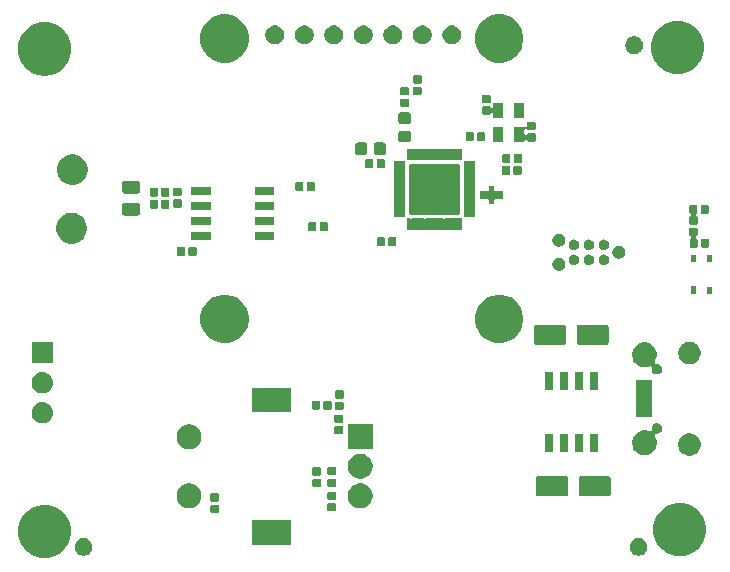
<source format=gbr>
G04 #@! TF.GenerationSoftware,KiCad,Pcbnew,(5.1.2)-1*
G04 #@! TF.CreationDate,2019-08-02T22:36:28-03:00*
G04 #@! TF.ProjectId,Medidor,4d656469-646f-4722-9e6b-696361645f70,rev?*
G04 #@! TF.SameCoordinates,Original*
G04 #@! TF.FileFunction,Soldermask,Top*
G04 #@! TF.FilePolarity,Negative*
%FSLAX46Y46*%
G04 Gerber Fmt 4.6, Leading zero omitted, Abs format (unit mm)*
G04 Created by KiCad (PCBNEW (5.1.2)-1) date 2019-08-02 22:36:28*
%MOMM*%
%LPD*%
G04 APERTURE LIST*
%ADD10C,0.100000*%
G04 APERTURE END LIST*
D10*
G36*
X87062100Y-129963140D02*
G01*
X87461093Y-130042504D01*
X87870749Y-130212189D01*
X88239429Y-130458534D01*
X88552966Y-130772071D01*
X88799311Y-131140751D01*
X88968996Y-131550407D01*
X89055500Y-131985296D01*
X89055500Y-132428704D01*
X88968996Y-132863593D01*
X88799311Y-133273249D01*
X88552966Y-133641929D01*
X88239429Y-133955466D01*
X87870749Y-134201811D01*
X87461093Y-134371496D01*
X87080380Y-134447224D01*
X87026205Y-134458000D01*
X86582795Y-134458000D01*
X86528620Y-134447224D01*
X86147907Y-134371496D01*
X85738251Y-134201811D01*
X85369571Y-133955466D01*
X85056034Y-133641929D01*
X84809689Y-133273249D01*
X84640004Y-132863593D01*
X84553500Y-132428704D01*
X84553500Y-131985296D01*
X84640004Y-131550407D01*
X84809689Y-131140751D01*
X85056034Y-130772071D01*
X85369571Y-130458534D01*
X85738251Y-130212189D01*
X86147907Y-130042504D01*
X86546900Y-129963140D01*
X86582795Y-129956000D01*
X87026205Y-129956000D01*
X87062100Y-129963140D01*
X87062100Y-129963140D01*
G37*
G36*
X140864880Y-129839776D02*
G01*
X141245593Y-129915504D01*
X141655249Y-130085189D01*
X142023929Y-130331534D01*
X142337466Y-130645071D01*
X142583811Y-131013751D01*
X142753496Y-131423407D01*
X142840000Y-131858296D01*
X142840000Y-132301704D01*
X142753496Y-132736593D01*
X142583811Y-133146249D01*
X142337466Y-133514929D01*
X142023929Y-133828466D01*
X141655249Y-134074811D01*
X141245593Y-134244496D01*
X140864880Y-134320224D01*
X140810705Y-134331000D01*
X140367295Y-134331000D01*
X140313120Y-134320224D01*
X139932407Y-134244496D01*
X139522751Y-134074811D01*
X139154071Y-133828466D01*
X138840534Y-133514929D01*
X138594189Y-133146249D01*
X138424504Y-132736593D01*
X138338000Y-132301704D01*
X138338000Y-131858296D01*
X138424504Y-131423407D01*
X138594189Y-131013751D01*
X138840534Y-130645071D01*
X139154071Y-130331534D01*
X139522751Y-130085189D01*
X139932407Y-129915504D01*
X140313120Y-129839776D01*
X140367295Y-129829000D01*
X140810705Y-129829000D01*
X140864880Y-129839776D01*
X140864880Y-129839776D01*
G37*
G36*
X90325266Y-132819321D02*
G01*
X90461757Y-132875858D01*
X90584597Y-132957937D01*
X90689063Y-133062403D01*
X90771142Y-133185243D01*
X90827679Y-133321734D01*
X90856500Y-133466630D01*
X90856500Y-133614370D01*
X90827679Y-133759266D01*
X90771142Y-133895757D01*
X90689063Y-134018597D01*
X90584597Y-134123063D01*
X90461757Y-134205142D01*
X90325266Y-134261679D01*
X90180370Y-134290500D01*
X90032630Y-134290500D01*
X89887734Y-134261679D01*
X89751243Y-134205142D01*
X89628403Y-134123063D01*
X89523937Y-134018597D01*
X89441858Y-133895757D01*
X89385321Y-133759266D01*
X89356500Y-133614370D01*
X89356500Y-133466630D01*
X89385321Y-133321734D01*
X89441858Y-133185243D01*
X89523937Y-133062403D01*
X89628403Y-132957937D01*
X89751243Y-132875858D01*
X89887734Y-132819321D01*
X90032630Y-132790500D01*
X90180370Y-132790500D01*
X90325266Y-132819321D01*
X90325266Y-132819321D01*
G37*
G36*
X137315266Y-132819321D02*
G01*
X137451757Y-132875858D01*
X137574597Y-132957937D01*
X137679063Y-133062403D01*
X137761142Y-133185243D01*
X137817679Y-133321734D01*
X137846500Y-133466630D01*
X137846500Y-133614370D01*
X137817679Y-133759266D01*
X137761142Y-133895757D01*
X137679063Y-134018597D01*
X137574597Y-134123063D01*
X137451757Y-134205142D01*
X137315266Y-134261679D01*
X137170370Y-134290500D01*
X137022630Y-134290500D01*
X136877734Y-134261679D01*
X136741243Y-134205142D01*
X136618403Y-134123063D01*
X136513937Y-134018597D01*
X136431858Y-133895757D01*
X136375321Y-133759266D01*
X136346500Y-133614370D01*
X136346500Y-133466630D01*
X136375321Y-133321734D01*
X136431858Y-133185243D01*
X136513937Y-133062403D01*
X136618403Y-132957937D01*
X136741243Y-132875858D01*
X136877734Y-132819321D01*
X137022630Y-132790500D01*
X137170370Y-132790500D01*
X137315266Y-132819321D01*
X137315266Y-132819321D01*
G37*
G36*
X107689000Y-133357000D02*
G01*
X104387000Y-133357000D01*
X104387000Y-131255000D01*
X107689000Y-131255000D01*
X107689000Y-133357000D01*
X107689000Y-133357000D01*
G37*
G36*
X101500938Y-129976216D02*
G01*
X101521557Y-129982471D01*
X101540553Y-129992624D01*
X101557208Y-130006292D01*
X101570876Y-130022947D01*
X101581029Y-130041943D01*
X101587284Y-130062562D01*
X101590000Y-130090140D01*
X101590000Y-130548860D01*
X101587284Y-130576438D01*
X101581029Y-130597057D01*
X101570876Y-130616053D01*
X101557208Y-130632708D01*
X101540553Y-130646376D01*
X101521557Y-130656529D01*
X101500938Y-130662784D01*
X101473360Y-130665500D01*
X100964640Y-130665500D01*
X100937062Y-130662784D01*
X100916443Y-130656529D01*
X100897447Y-130646376D01*
X100880792Y-130632708D01*
X100867124Y-130616053D01*
X100856971Y-130597057D01*
X100850716Y-130576438D01*
X100848000Y-130548860D01*
X100848000Y-130090140D01*
X100850716Y-130062562D01*
X100856971Y-130041943D01*
X100867124Y-130022947D01*
X100880792Y-130006292D01*
X100897447Y-129992624D01*
X100916443Y-129982471D01*
X100937062Y-129976216D01*
X100964640Y-129973500D01*
X101473360Y-129973500D01*
X101500938Y-129976216D01*
X101500938Y-129976216D01*
G37*
G36*
X111406938Y-129849216D02*
G01*
X111427557Y-129855471D01*
X111446553Y-129865624D01*
X111463208Y-129879292D01*
X111476876Y-129895947D01*
X111487029Y-129914943D01*
X111493284Y-129935562D01*
X111496000Y-129963140D01*
X111496000Y-130421860D01*
X111493284Y-130449438D01*
X111487029Y-130470057D01*
X111476876Y-130489053D01*
X111463208Y-130505708D01*
X111446553Y-130519376D01*
X111427557Y-130529529D01*
X111406938Y-130535784D01*
X111379360Y-130538500D01*
X110870640Y-130538500D01*
X110843062Y-130535784D01*
X110822443Y-130529529D01*
X110803447Y-130519376D01*
X110786792Y-130505708D01*
X110773124Y-130489053D01*
X110762971Y-130470057D01*
X110756716Y-130449438D01*
X110754000Y-130421860D01*
X110754000Y-129963140D01*
X110756716Y-129935562D01*
X110762971Y-129914943D01*
X110773124Y-129895947D01*
X110786792Y-129879292D01*
X110803447Y-129865624D01*
X110822443Y-129855471D01*
X110843062Y-129849216D01*
X110870640Y-129846500D01*
X111379360Y-129846500D01*
X111406938Y-129849216D01*
X111406938Y-129849216D01*
G37*
G36*
X113844564Y-128195389D02*
G01*
X114024691Y-128270000D01*
X114035835Y-128274616D01*
X114113275Y-128326360D01*
X114207973Y-128389635D01*
X114354365Y-128536027D01*
X114469385Y-128708167D01*
X114548611Y-128899436D01*
X114589000Y-129102484D01*
X114589000Y-129309516D01*
X114548611Y-129512564D01*
X114469385Y-129703833D01*
X114469384Y-129703835D01*
X114354365Y-129875973D01*
X114207973Y-130022365D01*
X114035835Y-130137384D01*
X114035834Y-130137385D01*
X114035833Y-130137385D01*
X113844564Y-130216611D01*
X113641516Y-130257000D01*
X113434484Y-130257000D01*
X113231436Y-130216611D01*
X113040167Y-130137385D01*
X113040166Y-130137385D01*
X113040165Y-130137384D01*
X112868027Y-130022365D01*
X112721635Y-129875973D01*
X112606616Y-129703835D01*
X112606615Y-129703833D01*
X112527389Y-129512564D01*
X112487000Y-129309516D01*
X112487000Y-129102484D01*
X112527389Y-128899436D01*
X112606615Y-128708167D01*
X112721635Y-128536027D01*
X112868027Y-128389635D01*
X112962725Y-128326360D01*
X113040165Y-128274616D01*
X113051309Y-128270000D01*
X113231436Y-128195389D01*
X113434484Y-128155000D01*
X113641516Y-128155000D01*
X113844564Y-128195389D01*
X113844564Y-128195389D01*
G37*
G36*
X99344564Y-128195389D02*
G01*
X99524691Y-128270000D01*
X99535835Y-128274616D01*
X99613275Y-128326360D01*
X99707973Y-128389635D01*
X99854365Y-128536027D01*
X99969385Y-128708167D01*
X100048611Y-128899436D01*
X100089000Y-129102484D01*
X100089000Y-129309516D01*
X100048611Y-129512564D01*
X99969385Y-129703833D01*
X99969384Y-129703835D01*
X99854365Y-129875973D01*
X99707973Y-130022365D01*
X99535835Y-130137384D01*
X99535834Y-130137385D01*
X99535833Y-130137385D01*
X99344564Y-130216611D01*
X99141516Y-130257000D01*
X98934484Y-130257000D01*
X98731436Y-130216611D01*
X98540167Y-130137385D01*
X98540166Y-130137385D01*
X98540165Y-130137384D01*
X98368027Y-130022365D01*
X98221635Y-129875973D01*
X98106616Y-129703835D01*
X98106615Y-129703833D01*
X98027389Y-129512564D01*
X97987000Y-129309516D01*
X97987000Y-129102484D01*
X98027389Y-128899436D01*
X98106615Y-128708167D01*
X98221635Y-128536027D01*
X98368027Y-128389635D01*
X98462725Y-128326360D01*
X98540165Y-128274616D01*
X98551309Y-128270000D01*
X98731436Y-128195389D01*
X98934484Y-128155000D01*
X99141516Y-128155000D01*
X99344564Y-128195389D01*
X99344564Y-128195389D01*
G37*
G36*
X101500938Y-129006216D02*
G01*
X101521557Y-129012471D01*
X101540553Y-129022624D01*
X101557208Y-129036292D01*
X101570876Y-129052947D01*
X101581029Y-129071943D01*
X101587284Y-129092562D01*
X101590000Y-129120140D01*
X101590000Y-129578860D01*
X101587284Y-129606438D01*
X101581029Y-129627057D01*
X101570876Y-129646053D01*
X101557208Y-129662708D01*
X101540553Y-129676376D01*
X101521557Y-129686529D01*
X101500938Y-129692784D01*
X101473360Y-129695500D01*
X100964640Y-129695500D01*
X100937062Y-129692784D01*
X100916443Y-129686529D01*
X100897447Y-129676376D01*
X100880792Y-129662708D01*
X100867124Y-129646053D01*
X100856971Y-129627057D01*
X100850716Y-129606438D01*
X100848000Y-129578860D01*
X100848000Y-129120140D01*
X100850716Y-129092562D01*
X100856971Y-129071943D01*
X100867124Y-129052947D01*
X100880792Y-129036292D01*
X100897447Y-129022624D01*
X100916443Y-129012471D01*
X100937062Y-129006216D01*
X100964640Y-129003500D01*
X101473360Y-129003500D01*
X101500938Y-129006216D01*
X101500938Y-129006216D01*
G37*
G36*
X111406938Y-128879216D02*
G01*
X111427557Y-128885471D01*
X111446553Y-128895624D01*
X111463208Y-128909292D01*
X111476876Y-128925947D01*
X111487029Y-128944943D01*
X111493284Y-128965562D01*
X111496000Y-128993140D01*
X111496000Y-129451860D01*
X111493284Y-129479438D01*
X111487029Y-129500057D01*
X111476876Y-129519053D01*
X111463208Y-129535708D01*
X111446553Y-129549376D01*
X111427557Y-129559529D01*
X111406938Y-129565784D01*
X111379360Y-129568500D01*
X110870640Y-129568500D01*
X110843062Y-129565784D01*
X110822443Y-129559529D01*
X110803447Y-129549376D01*
X110786792Y-129535708D01*
X110773124Y-129519053D01*
X110762971Y-129500057D01*
X110756716Y-129479438D01*
X110754000Y-129451860D01*
X110754000Y-128993140D01*
X110756716Y-128965562D01*
X110762971Y-128944943D01*
X110773124Y-128925947D01*
X110786792Y-128909292D01*
X110803447Y-128895624D01*
X110822443Y-128885471D01*
X110843062Y-128879216D01*
X110870640Y-128876500D01*
X111379360Y-128876500D01*
X111406938Y-128879216D01*
X111406938Y-128879216D01*
G37*
G36*
X134577997Y-127550051D02*
G01*
X134611652Y-127560261D01*
X134642665Y-127576838D01*
X134669851Y-127599149D01*
X134692162Y-127626335D01*
X134708739Y-127657348D01*
X134718949Y-127691003D01*
X134723000Y-127732138D01*
X134723000Y-129061862D01*
X134718949Y-129102997D01*
X134708739Y-129136652D01*
X134692162Y-129167665D01*
X134669851Y-129194851D01*
X134642665Y-129217162D01*
X134611652Y-129233739D01*
X134577997Y-129243949D01*
X134536862Y-129248000D01*
X132207138Y-129248000D01*
X132166003Y-129243949D01*
X132132348Y-129233739D01*
X132101335Y-129217162D01*
X132074149Y-129194851D01*
X132051838Y-129167665D01*
X132035261Y-129136652D01*
X132025051Y-129102997D01*
X132021000Y-129061862D01*
X132021000Y-127732138D01*
X132025051Y-127691003D01*
X132035261Y-127657348D01*
X132051838Y-127626335D01*
X132074149Y-127599149D01*
X132101335Y-127576838D01*
X132132348Y-127560261D01*
X132166003Y-127550051D01*
X132207138Y-127546000D01*
X134536862Y-127546000D01*
X134577997Y-127550051D01*
X134577997Y-127550051D01*
G37*
G36*
X130977997Y-127550051D02*
G01*
X131011652Y-127560261D01*
X131042665Y-127576838D01*
X131069851Y-127599149D01*
X131092162Y-127626335D01*
X131108739Y-127657348D01*
X131118949Y-127691003D01*
X131123000Y-127732138D01*
X131123000Y-129061862D01*
X131118949Y-129102997D01*
X131108739Y-129136652D01*
X131092162Y-129167665D01*
X131069851Y-129194851D01*
X131042665Y-129217162D01*
X131011652Y-129233739D01*
X130977997Y-129243949D01*
X130936862Y-129248000D01*
X128607138Y-129248000D01*
X128566003Y-129243949D01*
X128532348Y-129233739D01*
X128501335Y-129217162D01*
X128474149Y-129194851D01*
X128451838Y-129167665D01*
X128435261Y-129136652D01*
X128425051Y-129102997D01*
X128421000Y-129061862D01*
X128421000Y-127732138D01*
X128425051Y-127691003D01*
X128435261Y-127657348D01*
X128451838Y-127626335D01*
X128474149Y-127599149D01*
X128501335Y-127576838D01*
X128532348Y-127560261D01*
X128566003Y-127550051D01*
X128607138Y-127546000D01*
X130936862Y-127546000D01*
X130977997Y-127550051D01*
X130977997Y-127550051D01*
G37*
G36*
X110136938Y-127776716D02*
G01*
X110157557Y-127782971D01*
X110176553Y-127793124D01*
X110193208Y-127806792D01*
X110206876Y-127823447D01*
X110217029Y-127842443D01*
X110223284Y-127863062D01*
X110226000Y-127890640D01*
X110226000Y-128349360D01*
X110223284Y-128376938D01*
X110217029Y-128397557D01*
X110206876Y-128416553D01*
X110193208Y-128433208D01*
X110176553Y-128446876D01*
X110157557Y-128457029D01*
X110136938Y-128463284D01*
X110109360Y-128466000D01*
X109600640Y-128466000D01*
X109573062Y-128463284D01*
X109552443Y-128457029D01*
X109533447Y-128446876D01*
X109516792Y-128433208D01*
X109503124Y-128416553D01*
X109492971Y-128397557D01*
X109486716Y-128376938D01*
X109484000Y-128349360D01*
X109484000Y-127890640D01*
X109486716Y-127863062D01*
X109492971Y-127842443D01*
X109503124Y-127823447D01*
X109516792Y-127806792D01*
X109533447Y-127793124D01*
X109552443Y-127782971D01*
X109573062Y-127776716D01*
X109600640Y-127774000D01*
X110109360Y-127774000D01*
X110136938Y-127776716D01*
X110136938Y-127776716D01*
G37*
G36*
X111406938Y-127753716D02*
G01*
X111427557Y-127759971D01*
X111446553Y-127770124D01*
X111463208Y-127783792D01*
X111476876Y-127800447D01*
X111487029Y-127819443D01*
X111493284Y-127840062D01*
X111496000Y-127867640D01*
X111496000Y-128326360D01*
X111493284Y-128353938D01*
X111487029Y-128374557D01*
X111476876Y-128393553D01*
X111463208Y-128410208D01*
X111446553Y-128423876D01*
X111427557Y-128434029D01*
X111406938Y-128440284D01*
X111379360Y-128443000D01*
X110870640Y-128443000D01*
X110843062Y-128440284D01*
X110822443Y-128434029D01*
X110803447Y-128423876D01*
X110786792Y-128410208D01*
X110773124Y-128393553D01*
X110762971Y-128374557D01*
X110756716Y-128353938D01*
X110754000Y-128326360D01*
X110754000Y-127867640D01*
X110756716Y-127840062D01*
X110762971Y-127819443D01*
X110773124Y-127800447D01*
X110786792Y-127783792D01*
X110803447Y-127770124D01*
X110822443Y-127759971D01*
X110843062Y-127753716D01*
X110870640Y-127751000D01*
X111379360Y-127751000D01*
X111406938Y-127753716D01*
X111406938Y-127753716D01*
G37*
G36*
X113844564Y-125695389D02*
G01*
X114012620Y-125765000D01*
X114035835Y-125774616D01*
X114096274Y-125815000D01*
X114207973Y-125889635D01*
X114354365Y-126036027D01*
X114469385Y-126208167D01*
X114548611Y-126399436D01*
X114589000Y-126602484D01*
X114589000Y-126809516D01*
X114548611Y-127012564D01*
X114469385Y-127203833D01*
X114469384Y-127203835D01*
X114354365Y-127375973D01*
X114207973Y-127522365D01*
X114035835Y-127637384D01*
X114035834Y-127637385D01*
X114035833Y-127637385D01*
X113844564Y-127716611D01*
X113641516Y-127757000D01*
X113434484Y-127757000D01*
X113231436Y-127716611D01*
X113040167Y-127637385D01*
X113040166Y-127637385D01*
X113040165Y-127637384D01*
X112868027Y-127522365D01*
X112721635Y-127375973D01*
X112606616Y-127203835D01*
X112606615Y-127203833D01*
X112527389Y-127012564D01*
X112487000Y-126809516D01*
X112487000Y-126602484D01*
X112527389Y-126399436D01*
X112606615Y-126208167D01*
X112721635Y-126036027D01*
X112868027Y-125889635D01*
X112979726Y-125815000D01*
X113040165Y-125774616D01*
X113063380Y-125765000D01*
X113231436Y-125695389D01*
X113434484Y-125655000D01*
X113641516Y-125655000D01*
X113844564Y-125695389D01*
X113844564Y-125695389D01*
G37*
G36*
X110136938Y-126806716D02*
G01*
X110157557Y-126812971D01*
X110176553Y-126823124D01*
X110193208Y-126836792D01*
X110206876Y-126853447D01*
X110217029Y-126872443D01*
X110223284Y-126893062D01*
X110226000Y-126920640D01*
X110226000Y-127379360D01*
X110223284Y-127406938D01*
X110217029Y-127427557D01*
X110206876Y-127446553D01*
X110193208Y-127463208D01*
X110176553Y-127476876D01*
X110157557Y-127487029D01*
X110136938Y-127493284D01*
X110109360Y-127496000D01*
X109600640Y-127496000D01*
X109573062Y-127493284D01*
X109552443Y-127487029D01*
X109533447Y-127476876D01*
X109516792Y-127463208D01*
X109503124Y-127446553D01*
X109492971Y-127427557D01*
X109486716Y-127406938D01*
X109484000Y-127379360D01*
X109484000Y-126920640D01*
X109486716Y-126893062D01*
X109492971Y-126872443D01*
X109503124Y-126853447D01*
X109516792Y-126836792D01*
X109533447Y-126823124D01*
X109552443Y-126812971D01*
X109573062Y-126806716D01*
X109600640Y-126804000D01*
X110109360Y-126804000D01*
X110136938Y-126806716D01*
X110136938Y-126806716D01*
G37*
G36*
X111406938Y-126783716D02*
G01*
X111427557Y-126789971D01*
X111446553Y-126800124D01*
X111463208Y-126813792D01*
X111476876Y-126830447D01*
X111487029Y-126849443D01*
X111493284Y-126870062D01*
X111496000Y-126897640D01*
X111496000Y-127356360D01*
X111493284Y-127383938D01*
X111487029Y-127404557D01*
X111476876Y-127423553D01*
X111463208Y-127440208D01*
X111446553Y-127453876D01*
X111427557Y-127464029D01*
X111406938Y-127470284D01*
X111379360Y-127473000D01*
X110870640Y-127473000D01*
X110843062Y-127470284D01*
X110822443Y-127464029D01*
X110803447Y-127453876D01*
X110786792Y-127440208D01*
X110773124Y-127423553D01*
X110762971Y-127404557D01*
X110756716Y-127383938D01*
X110754000Y-127356360D01*
X110754000Y-126897640D01*
X110756716Y-126870062D01*
X110762971Y-126849443D01*
X110773124Y-126830447D01*
X110786792Y-126813792D01*
X110803447Y-126800124D01*
X110822443Y-126789971D01*
X110843062Y-126783716D01*
X110870640Y-126781000D01*
X111379360Y-126781000D01*
X111406938Y-126783716D01*
X111406938Y-126783716D01*
G37*
G36*
X141673395Y-123949546D02*
G01*
X141846466Y-124021234D01*
X141846467Y-124021235D01*
X142002227Y-124125310D01*
X142134690Y-124257773D01*
X142134691Y-124257775D01*
X142238766Y-124413534D01*
X142310454Y-124586605D01*
X142347000Y-124770333D01*
X142347000Y-124957667D01*
X142310454Y-125141395D01*
X142238766Y-125314466D01*
X142238765Y-125314467D01*
X142134690Y-125470227D01*
X142002227Y-125602690D01*
X141938331Y-125645384D01*
X141846466Y-125706766D01*
X141673395Y-125778454D01*
X141489667Y-125815000D01*
X141302333Y-125815000D01*
X141118605Y-125778454D01*
X140945534Y-125706766D01*
X140853669Y-125645384D01*
X140789773Y-125602690D01*
X140657310Y-125470227D01*
X140553235Y-125314467D01*
X140553234Y-125314466D01*
X140481546Y-125141395D01*
X140445000Y-124957667D01*
X140445000Y-124770333D01*
X140481546Y-124586605D01*
X140553234Y-124413534D01*
X140657309Y-124257775D01*
X140657310Y-124257773D01*
X140789773Y-124125310D01*
X140945533Y-124021235D01*
X140945534Y-124021234D01*
X141118605Y-123949546D01*
X141302333Y-123913000D01*
X141489667Y-123913000D01*
X141673395Y-123949546D01*
X141673395Y-123949546D01*
G37*
G36*
X138777552Y-123055331D02*
G01*
X138859627Y-123089328D01*
X138859629Y-123089329D01*
X138933496Y-123138686D01*
X138996314Y-123201504D01*
X139045167Y-123274616D01*
X139045672Y-123275373D01*
X139079669Y-123357448D01*
X139097000Y-123444579D01*
X139097000Y-123533421D01*
X139079669Y-123620552D01*
X139062086Y-123663000D01*
X139045671Y-123702629D01*
X138996314Y-123776496D01*
X138933496Y-123839314D01*
X138859629Y-123888671D01*
X138859628Y-123888672D01*
X138859627Y-123888672D01*
X138777552Y-123922669D01*
X138690421Y-123940000D01*
X138601580Y-123940000D01*
X138599171Y-123939521D01*
X138574787Y-123937120D01*
X138550401Y-123939522D01*
X138526952Y-123946636D01*
X138505342Y-123958187D01*
X138486400Y-123973733D01*
X138470855Y-123992675D01*
X138459304Y-124014286D01*
X138452191Y-124037735D01*
X138449790Y-124062121D01*
X138452192Y-124086507D01*
X138459306Y-124109956D01*
X138470856Y-124131565D01*
X138527385Y-124216167D01*
X138606611Y-124407436D01*
X138647000Y-124610484D01*
X138647000Y-124817516D01*
X138606611Y-125020564D01*
X138558222Y-125137385D01*
X138527384Y-125211835D01*
X138412365Y-125383973D01*
X138265973Y-125530365D01*
X138093835Y-125645384D01*
X138093834Y-125645385D01*
X138093833Y-125645385D01*
X137902564Y-125724611D01*
X137699516Y-125765000D01*
X137492484Y-125765000D01*
X137289436Y-125724611D01*
X137098167Y-125645385D01*
X137098166Y-125645385D01*
X137098165Y-125645384D01*
X136926027Y-125530365D01*
X136779635Y-125383973D01*
X136664616Y-125211835D01*
X136633778Y-125137385D01*
X136585389Y-125020564D01*
X136545000Y-124817516D01*
X136545000Y-124610484D01*
X136585389Y-124407436D01*
X136664615Y-124216167D01*
X136725324Y-124125310D01*
X136779635Y-124044027D01*
X136926027Y-123897635D01*
X137098165Y-123782616D01*
X137112940Y-123776496D01*
X137289436Y-123703389D01*
X137492484Y-123663000D01*
X137699516Y-123663000D01*
X137902565Y-123703389D01*
X138042047Y-123761164D01*
X138065496Y-123768277D01*
X138089882Y-123770679D01*
X138114269Y-123768277D01*
X138137717Y-123761164D01*
X138159328Y-123749613D01*
X138178270Y-123734067D01*
X138193815Y-123715125D01*
X138205366Y-123693515D01*
X138212479Y-123670066D01*
X138214881Y-123645680D01*
X138212479Y-123621294D01*
X138195000Y-123533421D01*
X138195000Y-123444579D01*
X138212331Y-123357448D01*
X138246328Y-123275373D01*
X138246834Y-123274616D01*
X138295686Y-123201504D01*
X138358504Y-123138686D01*
X138432371Y-123089329D01*
X138432373Y-123089328D01*
X138514448Y-123055331D01*
X138601579Y-123038000D01*
X138690421Y-123038000D01*
X138777552Y-123055331D01*
X138777552Y-123055331D01*
G37*
G36*
X133701000Y-125511500D02*
G01*
X132999000Y-125511500D01*
X132999000Y-124009500D01*
X133701000Y-124009500D01*
X133701000Y-125511500D01*
X133701000Y-125511500D01*
G37*
G36*
X132431000Y-125511500D02*
G01*
X131729000Y-125511500D01*
X131729000Y-124009500D01*
X132431000Y-124009500D01*
X132431000Y-125511500D01*
X132431000Y-125511500D01*
G37*
G36*
X131161000Y-125511500D02*
G01*
X130459000Y-125511500D01*
X130459000Y-124009500D01*
X131161000Y-124009500D01*
X131161000Y-125511500D01*
X131161000Y-125511500D01*
G37*
G36*
X129891000Y-125511500D02*
G01*
X129189000Y-125511500D01*
X129189000Y-124009500D01*
X129891000Y-124009500D01*
X129891000Y-125511500D01*
X129891000Y-125511500D01*
G37*
G36*
X114589000Y-125257000D02*
G01*
X112487000Y-125257000D01*
X112487000Y-123155000D01*
X114589000Y-123155000D01*
X114589000Y-125257000D01*
X114589000Y-125257000D01*
G37*
G36*
X99344564Y-123195389D02*
G01*
X99535833Y-123274615D01*
X99535835Y-123274616D01*
X99707973Y-123389635D01*
X99854365Y-123536027D01*
X99966193Y-123703389D01*
X99969385Y-123708167D01*
X100048611Y-123899436D01*
X100089000Y-124102484D01*
X100089000Y-124309516D01*
X100048611Y-124512564D01*
X100017942Y-124586605D01*
X99969384Y-124703835D01*
X99854365Y-124875973D01*
X99707973Y-125022365D01*
X99535835Y-125137384D01*
X99535834Y-125137385D01*
X99535833Y-125137385D01*
X99344564Y-125216611D01*
X99141516Y-125257000D01*
X98934484Y-125257000D01*
X98731436Y-125216611D01*
X98540167Y-125137385D01*
X98540166Y-125137385D01*
X98540165Y-125137384D01*
X98368027Y-125022365D01*
X98221635Y-124875973D01*
X98106616Y-124703835D01*
X98058058Y-124586605D01*
X98027389Y-124512564D01*
X97987000Y-124309516D01*
X97987000Y-124102484D01*
X98027389Y-123899436D01*
X98106615Y-123708167D01*
X98109808Y-123703389D01*
X98221635Y-123536027D01*
X98368027Y-123389635D01*
X98540165Y-123274616D01*
X98540167Y-123274615D01*
X98731436Y-123195389D01*
X98934484Y-123155000D01*
X99141516Y-123155000D01*
X99344564Y-123195389D01*
X99344564Y-123195389D01*
G37*
G36*
X111978438Y-123308716D02*
G01*
X111999057Y-123314971D01*
X112018053Y-123325124D01*
X112034708Y-123338792D01*
X112048376Y-123355447D01*
X112058529Y-123374443D01*
X112064784Y-123395062D01*
X112067500Y-123422640D01*
X112067500Y-123881360D01*
X112064784Y-123908938D01*
X112058529Y-123929557D01*
X112048376Y-123948553D01*
X112034708Y-123965208D01*
X112018053Y-123978876D01*
X111999057Y-123989029D01*
X111978438Y-123995284D01*
X111950860Y-123998000D01*
X111442140Y-123998000D01*
X111414562Y-123995284D01*
X111393943Y-123989029D01*
X111374947Y-123978876D01*
X111358292Y-123965208D01*
X111344624Y-123948553D01*
X111334471Y-123929557D01*
X111328216Y-123908938D01*
X111325500Y-123881360D01*
X111325500Y-123422640D01*
X111328216Y-123395062D01*
X111334471Y-123374443D01*
X111344624Y-123355447D01*
X111358292Y-123338792D01*
X111374947Y-123325124D01*
X111393943Y-123314971D01*
X111414562Y-123308716D01*
X111442140Y-123306000D01*
X111950860Y-123306000D01*
X111978438Y-123308716D01*
X111978438Y-123308716D01*
G37*
G36*
X86724442Y-121279518D02*
G01*
X86790627Y-121286037D01*
X86960466Y-121337557D01*
X87116991Y-121421222D01*
X87152729Y-121450552D01*
X87254186Y-121533814D01*
X87337448Y-121635271D01*
X87366778Y-121671009D01*
X87366779Y-121671011D01*
X87440671Y-121809251D01*
X87450443Y-121827534D01*
X87501963Y-121997373D01*
X87519359Y-122174000D01*
X87501963Y-122350627D01*
X87450443Y-122520466D01*
X87366778Y-122676991D01*
X87337448Y-122712729D01*
X87254186Y-122814186D01*
X87163327Y-122888751D01*
X87116991Y-122926778D01*
X87116989Y-122926779D01*
X86988969Y-122995208D01*
X86960466Y-123010443D01*
X86790627Y-123061963D01*
X86724442Y-123068482D01*
X86658260Y-123075000D01*
X86569740Y-123075000D01*
X86503558Y-123068482D01*
X86437373Y-123061963D01*
X86267534Y-123010443D01*
X86239032Y-122995208D01*
X86111011Y-122926779D01*
X86111009Y-122926778D01*
X86064673Y-122888751D01*
X85973814Y-122814186D01*
X85890552Y-122712729D01*
X85861222Y-122676991D01*
X85777557Y-122520466D01*
X85726037Y-122350627D01*
X85708641Y-122174000D01*
X85726037Y-121997373D01*
X85777557Y-121827534D01*
X85787330Y-121809251D01*
X85861221Y-121671011D01*
X85861222Y-121671009D01*
X85890552Y-121635271D01*
X85973814Y-121533814D01*
X86075271Y-121450552D01*
X86111009Y-121421222D01*
X86267534Y-121337557D01*
X86437373Y-121286037D01*
X86503558Y-121279518D01*
X86569740Y-121273000D01*
X86658260Y-121273000D01*
X86724442Y-121279518D01*
X86724442Y-121279518D01*
G37*
G36*
X111978438Y-122338716D02*
G01*
X111999057Y-122344971D01*
X112018053Y-122355124D01*
X112034708Y-122368792D01*
X112048376Y-122385447D01*
X112058529Y-122404443D01*
X112064784Y-122425062D01*
X112067500Y-122452640D01*
X112067500Y-122911360D01*
X112064784Y-122938938D01*
X112058529Y-122959557D01*
X112048376Y-122978553D01*
X112034708Y-122995208D01*
X112018053Y-123008876D01*
X111999057Y-123019029D01*
X111978438Y-123025284D01*
X111950860Y-123028000D01*
X111442140Y-123028000D01*
X111414562Y-123025284D01*
X111393943Y-123019029D01*
X111374947Y-123008876D01*
X111358292Y-122995208D01*
X111344624Y-122978553D01*
X111334471Y-122959557D01*
X111328216Y-122938938D01*
X111325500Y-122911360D01*
X111325500Y-122452640D01*
X111328216Y-122425062D01*
X111334471Y-122404443D01*
X111344624Y-122385447D01*
X111358292Y-122368792D01*
X111374947Y-122355124D01*
X111393943Y-122344971D01*
X111414562Y-122338716D01*
X111442140Y-122336000D01*
X111950860Y-122336000D01*
X111978438Y-122338716D01*
X111978438Y-122338716D01*
G37*
G36*
X138247000Y-122565000D02*
G01*
X136845000Y-122565000D01*
X136845000Y-119413000D01*
X138247000Y-119413000D01*
X138247000Y-122565000D01*
X138247000Y-122565000D01*
G37*
G36*
X107689000Y-122157000D02*
G01*
X104387000Y-122157000D01*
X104387000Y-120055000D01*
X107689000Y-120055000D01*
X107689000Y-122157000D01*
X107689000Y-122157000D01*
G37*
G36*
X112041938Y-121259216D02*
G01*
X112062557Y-121265471D01*
X112081553Y-121275624D01*
X112098208Y-121289292D01*
X112111876Y-121305947D01*
X112122029Y-121324943D01*
X112128284Y-121345562D01*
X112131000Y-121373140D01*
X112131000Y-121831860D01*
X112128284Y-121859438D01*
X112122029Y-121880057D01*
X112111876Y-121899053D01*
X112098208Y-121915708D01*
X112081553Y-121929376D01*
X112062557Y-121939529D01*
X112041938Y-121945784D01*
X112014360Y-121948500D01*
X111505640Y-121948500D01*
X111478062Y-121945784D01*
X111457443Y-121939529D01*
X111438447Y-121929376D01*
X111421792Y-121915708D01*
X111408124Y-121899053D01*
X111397971Y-121880057D01*
X111391716Y-121859438D01*
X111389000Y-121831860D01*
X111389000Y-121373140D01*
X111391716Y-121345562D01*
X111397971Y-121324943D01*
X111408124Y-121305947D01*
X111421792Y-121289292D01*
X111438447Y-121275624D01*
X111457443Y-121265471D01*
X111478062Y-121259216D01*
X111505640Y-121256500D01*
X112014360Y-121256500D01*
X112041938Y-121259216D01*
X112041938Y-121259216D01*
G37*
G36*
X111018438Y-121170716D02*
G01*
X111039057Y-121176971D01*
X111058053Y-121187124D01*
X111074708Y-121200792D01*
X111088376Y-121217447D01*
X111098529Y-121236443D01*
X111104784Y-121257062D01*
X111107500Y-121284640D01*
X111107500Y-121793360D01*
X111104784Y-121820938D01*
X111098529Y-121841557D01*
X111088376Y-121860553D01*
X111074708Y-121877208D01*
X111058053Y-121890876D01*
X111039057Y-121901029D01*
X111018438Y-121907284D01*
X110990860Y-121910000D01*
X110532140Y-121910000D01*
X110504562Y-121907284D01*
X110483943Y-121901029D01*
X110464947Y-121890876D01*
X110448292Y-121877208D01*
X110434624Y-121860553D01*
X110424471Y-121841557D01*
X110418216Y-121820938D01*
X110415500Y-121793360D01*
X110415500Y-121284640D01*
X110418216Y-121257062D01*
X110424471Y-121236443D01*
X110434624Y-121217447D01*
X110448292Y-121200792D01*
X110464947Y-121187124D01*
X110483943Y-121176971D01*
X110504562Y-121170716D01*
X110532140Y-121168000D01*
X110990860Y-121168000D01*
X111018438Y-121170716D01*
X111018438Y-121170716D01*
G37*
G36*
X110048438Y-121170716D02*
G01*
X110069057Y-121176971D01*
X110088053Y-121187124D01*
X110104708Y-121200792D01*
X110118376Y-121217447D01*
X110128529Y-121236443D01*
X110134784Y-121257062D01*
X110137500Y-121284640D01*
X110137500Y-121793360D01*
X110134784Y-121820938D01*
X110128529Y-121841557D01*
X110118376Y-121860553D01*
X110104708Y-121877208D01*
X110088053Y-121890876D01*
X110069057Y-121901029D01*
X110048438Y-121907284D01*
X110020860Y-121910000D01*
X109562140Y-121910000D01*
X109534562Y-121907284D01*
X109513943Y-121901029D01*
X109494947Y-121890876D01*
X109478292Y-121877208D01*
X109464624Y-121860553D01*
X109454471Y-121841557D01*
X109448216Y-121820938D01*
X109445500Y-121793360D01*
X109445500Y-121284640D01*
X109448216Y-121257062D01*
X109454471Y-121236443D01*
X109464624Y-121217447D01*
X109478292Y-121200792D01*
X109494947Y-121187124D01*
X109513943Y-121176971D01*
X109534562Y-121170716D01*
X109562140Y-121168000D01*
X110020860Y-121168000D01*
X110048438Y-121170716D01*
X110048438Y-121170716D01*
G37*
G36*
X112041938Y-120289216D02*
G01*
X112062557Y-120295471D01*
X112081553Y-120305624D01*
X112098208Y-120319292D01*
X112111876Y-120335947D01*
X112122029Y-120354943D01*
X112128284Y-120375562D01*
X112131000Y-120403140D01*
X112131000Y-120861860D01*
X112128284Y-120889438D01*
X112122029Y-120910057D01*
X112111876Y-120929053D01*
X112098208Y-120945708D01*
X112081553Y-120959376D01*
X112062557Y-120969529D01*
X112041938Y-120975784D01*
X112014360Y-120978500D01*
X111505640Y-120978500D01*
X111478062Y-120975784D01*
X111457443Y-120969529D01*
X111438447Y-120959376D01*
X111421792Y-120945708D01*
X111408124Y-120929053D01*
X111397971Y-120910057D01*
X111391716Y-120889438D01*
X111389000Y-120861860D01*
X111389000Y-120403140D01*
X111391716Y-120375562D01*
X111397971Y-120354943D01*
X111408124Y-120335947D01*
X111421792Y-120319292D01*
X111438447Y-120305624D01*
X111457443Y-120295471D01*
X111478062Y-120289216D01*
X111505640Y-120286500D01*
X112014360Y-120286500D01*
X112041938Y-120289216D01*
X112041938Y-120289216D01*
G37*
G36*
X86724442Y-118739518D02*
G01*
X86790627Y-118746037D01*
X86960466Y-118797557D01*
X87116991Y-118881222D01*
X87152729Y-118910552D01*
X87254186Y-118993814D01*
X87337448Y-119095271D01*
X87366778Y-119131009D01*
X87450443Y-119287534D01*
X87501963Y-119457373D01*
X87519359Y-119634000D01*
X87501963Y-119810627D01*
X87450443Y-119980466D01*
X87366778Y-120136991D01*
X87337448Y-120172729D01*
X87254186Y-120274186D01*
X87177437Y-120337171D01*
X87116991Y-120386778D01*
X86960466Y-120470443D01*
X86790627Y-120521963D01*
X86724443Y-120528481D01*
X86658260Y-120535000D01*
X86569740Y-120535000D01*
X86503557Y-120528481D01*
X86437373Y-120521963D01*
X86267534Y-120470443D01*
X86111009Y-120386778D01*
X86050563Y-120337171D01*
X85973814Y-120274186D01*
X85890552Y-120172729D01*
X85861222Y-120136991D01*
X85777557Y-119980466D01*
X85726037Y-119810627D01*
X85708641Y-119634000D01*
X85726037Y-119457373D01*
X85777557Y-119287534D01*
X85861222Y-119131009D01*
X85890552Y-119095271D01*
X85973814Y-118993814D01*
X86075271Y-118910552D01*
X86111009Y-118881222D01*
X86267534Y-118797557D01*
X86437373Y-118746037D01*
X86503558Y-118739518D01*
X86569740Y-118733000D01*
X86658260Y-118733000D01*
X86724442Y-118739518D01*
X86724442Y-118739518D01*
G37*
G36*
X132431000Y-120211500D02*
G01*
X131729000Y-120211500D01*
X131729000Y-118709500D01*
X132431000Y-118709500D01*
X132431000Y-120211500D01*
X132431000Y-120211500D01*
G37*
G36*
X133701000Y-120211500D02*
G01*
X132999000Y-120211500D01*
X132999000Y-118709500D01*
X133701000Y-118709500D01*
X133701000Y-120211500D01*
X133701000Y-120211500D01*
G37*
G36*
X131161000Y-120211500D02*
G01*
X130459000Y-120211500D01*
X130459000Y-118709500D01*
X131161000Y-118709500D01*
X131161000Y-120211500D01*
X131161000Y-120211500D01*
G37*
G36*
X129891000Y-120211500D02*
G01*
X129189000Y-120211500D01*
X129189000Y-118709500D01*
X129891000Y-118709500D01*
X129891000Y-120211500D01*
X129891000Y-120211500D01*
G37*
G36*
X137902564Y-116253389D02*
G01*
X138038395Y-116309652D01*
X138093835Y-116332616D01*
X138195815Y-116400757D01*
X138265973Y-116447635D01*
X138412365Y-116594027D01*
X138527385Y-116766167D01*
X138606611Y-116957436D01*
X138647000Y-117160484D01*
X138647000Y-117367516D01*
X138606611Y-117570564D01*
X138527385Y-117761833D01*
X138470856Y-117846435D01*
X138459305Y-117868046D01*
X138452192Y-117891495D01*
X138449790Y-117915881D01*
X138452192Y-117940267D01*
X138459305Y-117963716D01*
X138470856Y-117985327D01*
X138486401Y-118004269D01*
X138505343Y-118019814D01*
X138526954Y-118031365D01*
X138550403Y-118038478D01*
X138574789Y-118040880D01*
X138599171Y-118038479D01*
X138601580Y-118038000D01*
X138690421Y-118038000D01*
X138777552Y-118055331D01*
X138859627Y-118089328D01*
X138859629Y-118089329D01*
X138933496Y-118138686D01*
X138996314Y-118201504D01*
X139045163Y-118274610D01*
X139045672Y-118275373D01*
X139079669Y-118357448D01*
X139097000Y-118444579D01*
X139097000Y-118533421D01*
X139079669Y-118620552D01*
X139045672Y-118702627D01*
X139045671Y-118702629D01*
X138996314Y-118776496D01*
X138933496Y-118839314D01*
X138859629Y-118888671D01*
X138859628Y-118888672D01*
X138859627Y-118888672D01*
X138777552Y-118922669D01*
X138690421Y-118940000D01*
X138601579Y-118940000D01*
X138514448Y-118922669D01*
X138432373Y-118888672D01*
X138432372Y-118888672D01*
X138432371Y-118888671D01*
X138358504Y-118839314D01*
X138295686Y-118776496D01*
X138246329Y-118702629D01*
X138246328Y-118702627D01*
X138212331Y-118620552D01*
X138195000Y-118533421D01*
X138195000Y-118444579D01*
X138212479Y-118356706D01*
X138214881Y-118332320D01*
X138212479Y-118307934D01*
X138205366Y-118284485D01*
X138193815Y-118262874D01*
X138178270Y-118243932D01*
X138159328Y-118228387D01*
X138137717Y-118216836D01*
X138114268Y-118209723D01*
X138089882Y-118207321D01*
X138065496Y-118209723D01*
X138042047Y-118216836D01*
X137902565Y-118274611D01*
X137699516Y-118315000D01*
X137492484Y-118315000D01*
X137289436Y-118274611D01*
X137098167Y-118195385D01*
X137098166Y-118195385D01*
X137098165Y-118195384D01*
X136926027Y-118080365D01*
X136779635Y-117933973D01*
X136664616Y-117761835D01*
X136664615Y-117761833D01*
X136585389Y-117570564D01*
X136545000Y-117367516D01*
X136545000Y-117160484D01*
X136585389Y-116957436D01*
X136664615Y-116766167D01*
X136779635Y-116594027D01*
X136926027Y-116447635D01*
X136996185Y-116400757D01*
X137098165Y-116332616D01*
X137153605Y-116309652D01*
X137289436Y-116253389D01*
X137492484Y-116213000D01*
X137699516Y-116213000D01*
X137902564Y-116253389D01*
X137902564Y-116253389D01*
G37*
G36*
X141673395Y-116199546D02*
G01*
X141846466Y-116271234D01*
X141923818Y-116322919D01*
X142002227Y-116375310D01*
X142134690Y-116507773D01*
X142134691Y-116507775D01*
X142238766Y-116663534D01*
X142310454Y-116836605D01*
X142347000Y-117020333D01*
X142347000Y-117207667D01*
X142310454Y-117391395D01*
X142238766Y-117564466D01*
X142187081Y-117641818D01*
X142134690Y-117720227D01*
X142002227Y-117852690D01*
X141979245Y-117868046D01*
X141846466Y-117956766D01*
X141673395Y-118028454D01*
X141489667Y-118065000D01*
X141302333Y-118065000D01*
X141118605Y-118028454D01*
X140945534Y-117956766D01*
X140812755Y-117868046D01*
X140789773Y-117852690D01*
X140657310Y-117720227D01*
X140604919Y-117641818D01*
X140553234Y-117564466D01*
X140481546Y-117391395D01*
X140445000Y-117207667D01*
X140445000Y-117020333D01*
X140481546Y-116836605D01*
X140553234Y-116663534D01*
X140657309Y-116507775D01*
X140657310Y-116507773D01*
X140789773Y-116375310D01*
X140868182Y-116322919D01*
X140945534Y-116271234D01*
X141118605Y-116199546D01*
X141302333Y-116163000D01*
X141489667Y-116163000D01*
X141673395Y-116199546D01*
X141673395Y-116199546D01*
G37*
G36*
X87515000Y-117995000D02*
G01*
X85713000Y-117995000D01*
X85713000Y-116193000D01*
X87515000Y-116193000D01*
X87515000Y-117995000D01*
X87515000Y-117995000D01*
G37*
G36*
X134409497Y-114723051D02*
G01*
X134443152Y-114733261D01*
X134474165Y-114749838D01*
X134501351Y-114772149D01*
X134523662Y-114799335D01*
X134540239Y-114830348D01*
X134550449Y-114864003D01*
X134554500Y-114905138D01*
X134554500Y-116234862D01*
X134550449Y-116275997D01*
X134540239Y-116309652D01*
X134523662Y-116340665D01*
X134501351Y-116367851D01*
X134474165Y-116390162D01*
X134443152Y-116406739D01*
X134409497Y-116416949D01*
X134368362Y-116421000D01*
X132038638Y-116421000D01*
X131997503Y-116416949D01*
X131963848Y-116406739D01*
X131932835Y-116390162D01*
X131905649Y-116367851D01*
X131883338Y-116340665D01*
X131866761Y-116309652D01*
X131856551Y-116275997D01*
X131852500Y-116234862D01*
X131852500Y-114905138D01*
X131856551Y-114864003D01*
X131866761Y-114830348D01*
X131883338Y-114799335D01*
X131905649Y-114772149D01*
X131932835Y-114749838D01*
X131963848Y-114733261D01*
X131997503Y-114723051D01*
X132038638Y-114719000D01*
X134368362Y-114719000D01*
X134409497Y-114723051D01*
X134409497Y-114723051D01*
G37*
G36*
X130809497Y-114723051D02*
G01*
X130843152Y-114733261D01*
X130874165Y-114749838D01*
X130901351Y-114772149D01*
X130923662Y-114799335D01*
X130940239Y-114830348D01*
X130950449Y-114864003D01*
X130954500Y-114905138D01*
X130954500Y-116234862D01*
X130950449Y-116275997D01*
X130940239Y-116309652D01*
X130923662Y-116340665D01*
X130901351Y-116367851D01*
X130874165Y-116390162D01*
X130843152Y-116406739D01*
X130809497Y-116416949D01*
X130768362Y-116421000D01*
X128438638Y-116421000D01*
X128397503Y-116416949D01*
X128363848Y-116406739D01*
X128332835Y-116390162D01*
X128305649Y-116367851D01*
X128283338Y-116340665D01*
X128266761Y-116309652D01*
X128256551Y-116275997D01*
X128252500Y-116234862D01*
X128252500Y-114905138D01*
X128256551Y-114864003D01*
X128266761Y-114830348D01*
X128283338Y-114799335D01*
X128305649Y-114772149D01*
X128332835Y-114749838D01*
X128363848Y-114733261D01*
X128397503Y-114723051D01*
X128438638Y-114719000D01*
X130768362Y-114719000D01*
X130809497Y-114723051D01*
X130809497Y-114723051D01*
G37*
G36*
X125892754Y-112264318D02*
G01*
X126266011Y-112418926D01*
X126266013Y-112418927D01*
X126601936Y-112643384D01*
X126887616Y-112929064D01*
X127112074Y-113264989D01*
X127266682Y-113638246D01*
X127345500Y-114034493D01*
X127345500Y-114438507D01*
X127266682Y-114834754D01*
X127237528Y-114905138D01*
X127112073Y-115208013D01*
X126887616Y-115543936D01*
X126601936Y-115829616D01*
X126266013Y-116054073D01*
X126266012Y-116054074D01*
X126266011Y-116054074D01*
X125892754Y-116208682D01*
X125496507Y-116287500D01*
X125092493Y-116287500D01*
X124696246Y-116208682D01*
X124322989Y-116054074D01*
X124322988Y-116054074D01*
X124322987Y-116054073D01*
X123987064Y-115829616D01*
X123701384Y-115543936D01*
X123476927Y-115208013D01*
X123351472Y-114905138D01*
X123322318Y-114834754D01*
X123243500Y-114438507D01*
X123243500Y-114034493D01*
X123322318Y-113638246D01*
X123476926Y-113264989D01*
X123701384Y-112929064D01*
X123987064Y-112643384D01*
X124322987Y-112418927D01*
X124322989Y-112418926D01*
X124696246Y-112264318D01*
X125092493Y-112185500D01*
X125496507Y-112185500D01*
X125892754Y-112264318D01*
X125892754Y-112264318D01*
G37*
G36*
X102642754Y-112264318D02*
G01*
X103016011Y-112418926D01*
X103016013Y-112418927D01*
X103351936Y-112643384D01*
X103637616Y-112929064D01*
X103862074Y-113264989D01*
X104016682Y-113638246D01*
X104095500Y-114034493D01*
X104095500Y-114438507D01*
X104016682Y-114834754D01*
X103987528Y-114905138D01*
X103862073Y-115208013D01*
X103637616Y-115543936D01*
X103351936Y-115829616D01*
X103016013Y-116054073D01*
X103016012Y-116054074D01*
X103016011Y-116054074D01*
X102642754Y-116208682D01*
X102246507Y-116287500D01*
X101842493Y-116287500D01*
X101446246Y-116208682D01*
X101072989Y-116054074D01*
X101072988Y-116054074D01*
X101072987Y-116054073D01*
X100737064Y-115829616D01*
X100451384Y-115543936D01*
X100226927Y-115208013D01*
X100101472Y-114905138D01*
X100072318Y-114834754D01*
X99993500Y-114438507D01*
X99993500Y-114034493D01*
X100072318Y-113638246D01*
X100226926Y-113264989D01*
X100451384Y-112929064D01*
X100737064Y-112643384D01*
X101072987Y-112418927D01*
X101072989Y-112418926D01*
X101446246Y-112264318D01*
X101842493Y-112185500D01*
X102246507Y-112185500D01*
X102642754Y-112264318D01*
X102642754Y-112264318D01*
G37*
G36*
X143296900Y-112121800D02*
G01*
X142884900Y-112121800D01*
X142884900Y-111499800D01*
X143296900Y-111499800D01*
X143296900Y-112121800D01*
X143296900Y-112121800D01*
G37*
G36*
X141988800Y-112109100D02*
G01*
X141576800Y-112109100D01*
X141576800Y-111487100D01*
X141988800Y-111487100D01*
X141988800Y-112109100D01*
X141988800Y-112109100D01*
G37*
G36*
X130459378Y-109065197D02*
G01*
X130512150Y-109075694D01*
X130611570Y-109116875D01*
X130701046Y-109176661D01*
X130777139Y-109252754D01*
X130836925Y-109342230D01*
X130878106Y-109441650D01*
X130899100Y-109547194D01*
X130899100Y-109654806D01*
X130878106Y-109760350D01*
X130836925Y-109859770D01*
X130777139Y-109949246D01*
X130701046Y-110025339D01*
X130611570Y-110085125D01*
X130512150Y-110126306D01*
X130459378Y-110136803D01*
X130406607Y-110147300D01*
X130298993Y-110147300D01*
X130246222Y-110136803D01*
X130193450Y-110126306D01*
X130094030Y-110085125D01*
X130004554Y-110025339D01*
X129928461Y-109949246D01*
X129868675Y-109859770D01*
X129827494Y-109760350D01*
X129806500Y-109654806D01*
X129806500Y-109547194D01*
X129827494Y-109441650D01*
X129868675Y-109342230D01*
X129928461Y-109252754D01*
X130004554Y-109176661D01*
X130094030Y-109116875D01*
X130193450Y-109075694D01*
X130246222Y-109065197D01*
X130298993Y-109054700D01*
X130406607Y-109054700D01*
X130459378Y-109065197D01*
X130459378Y-109065197D01*
G37*
G36*
X131752514Y-108792389D02*
G01*
X131779189Y-108803438D01*
X131833445Y-108825912D01*
X131906280Y-108874579D01*
X131968221Y-108936520D01*
X132016888Y-109009355D01*
X132050411Y-109090286D01*
X132067500Y-109176201D01*
X132067500Y-109263799D01*
X132050411Y-109349714D01*
X132016888Y-109430645D01*
X131968221Y-109503480D01*
X131906280Y-109565421D01*
X131833445Y-109614088D01*
X131833444Y-109614089D01*
X131833443Y-109614089D01*
X131752514Y-109647611D01*
X131666601Y-109664700D01*
X131578999Y-109664700D01*
X131493086Y-109647611D01*
X131412157Y-109614089D01*
X131412156Y-109614089D01*
X131412155Y-109614088D01*
X131339320Y-109565421D01*
X131277379Y-109503480D01*
X131228712Y-109430645D01*
X131195189Y-109349714D01*
X131178100Y-109263799D01*
X131178100Y-109176201D01*
X131195189Y-109090286D01*
X131228712Y-109009355D01*
X131277379Y-108936520D01*
X131339320Y-108874579D01*
X131412155Y-108825912D01*
X131466412Y-108803438D01*
X131493086Y-108792389D01*
X131578999Y-108775300D01*
X131666601Y-108775300D01*
X131752514Y-108792389D01*
X131752514Y-108792389D01*
G37*
G36*
X133022514Y-108792389D02*
G01*
X133049189Y-108803438D01*
X133103445Y-108825912D01*
X133176280Y-108874579D01*
X133238221Y-108936520D01*
X133286888Y-109009355D01*
X133320411Y-109090286D01*
X133337500Y-109176201D01*
X133337500Y-109263799D01*
X133320411Y-109349714D01*
X133286888Y-109430645D01*
X133238221Y-109503480D01*
X133176280Y-109565421D01*
X133103445Y-109614088D01*
X133103444Y-109614089D01*
X133103443Y-109614089D01*
X133022514Y-109647611D01*
X132936601Y-109664700D01*
X132848999Y-109664700D01*
X132763086Y-109647611D01*
X132682157Y-109614089D01*
X132682156Y-109614089D01*
X132682155Y-109614088D01*
X132609320Y-109565421D01*
X132547379Y-109503480D01*
X132498712Y-109430645D01*
X132465189Y-109349714D01*
X132448100Y-109263799D01*
X132448100Y-109176201D01*
X132465189Y-109090286D01*
X132498712Y-109009355D01*
X132547379Y-108936520D01*
X132609320Y-108874579D01*
X132682155Y-108825912D01*
X132736412Y-108803438D01*
X132763086Y-108792389D01*
X132848999Y-108775300D01*
X132936601Y-108775300D01*
X133022514Y-108792389D01*
X133022514Y-108792389D01*
G37*
G36*
X134292514Y-108792389D02*
G01*
X134319189Y-108803438D01*
X134373445Y-108825912D01*
X134446280Y-108874579D01*
X134508221Y-108936520D01*
X134556888Y-109009355D01*
X134590411Y-109090286D01*
X134607500Y-109176201D01*
X134607500Y-109263799D01*
X134590411Y-109349714D01*
X134556888Y-109430645D01*
X134508221Y-109503480D01*
X134446280Y-109565421D01*
X134373445Y-109614088D01*
X134373444Y-109614089D01*
X134373443Y-109614089D01*
X134292514Y-109647611D01*
X134206601Y-109664700D01*
X134118999Y-109664700D01*
X134033086Y-109647611D01*
X133952157Y-109614089D01*
X133952156Y-109614089D01*
X133952155Y-109614088D01*
X133879320Y-109565421D01*
X133817379Y-109503480D01*
X133768712Y-109430645D01*
X133735189Y-109349714D01*
X133718100Y-109263799D01*
X133718100Y-109176201D01*
X133735189Y-109090286D01*
X133768712Y-109009355D01*
X133817379Y-108936520D01*
X133879320Y-108874579D01*
X133952155Y-108825912D01*
X134006412Y-108803438D01*
X134033086Y-108792389D01*
X134118999Y-108775300D01*
X134206601Y-108775300D01*
X134292514Y-108792389D01*
X134292514Y-108792389D01*
G37*
G36*
X141976100Y-109416700D02*
G01*
X141564100Y-109416700D01*
X141564100Y-108794700D01*
X141976100Y-108794700D01*
X141976100Y-109416700D01*
X141976100Y-109416700D01*
G37*
G36*
X143322300Y-109416700D02*
G01*
X142910300Y-109416700D01*
X142910300Y-108794700D01*
X143322300Y-108794700D01*
X143322300Y-109416700D01*
X143322300Y-109416700D01*
G37*
G36*
X135532737Y-108047876D02*
G01*
X135592150Y-108059694D01*
X135691570Y-108100875D01*
X135781046Y-108160661D01*
X135857139Y-108236754D01*
X135916925Y-108326230D01*
X135958106Y-108425650D01*
X135979100Y-108531194D01*
X135979100Y-108638806D01*
X135958106Y-108744350D01*
X135916925Y-108843770D01*
X135857139Y-108933246D01*
X135781046Y-109009339D01*
X135691570Y-109069125D01*
X135592150Y-109110306D01*
X135559125Y-109116875D01*
X135486607Y-109131300D01*
X135378993Y-109131300D01*
X135306475Y-109116875D01*
X135273450Y-109110306D01*
X135174030Y-109069125D01*
X135084554Y-109009339D01*
X135008461Y-108933246D01*
X134948675Y-108843770D01*
X134907494Y-108744350D01*
X134886500Y-108638806D01*
X134886500Y-108531194D01*
X134907494Y-108425650D01*
X134948675Y-108326230D01*
X135008461Y-108236754D01*
X135084554Y-108160661D01*
X135174030Y-108100875D01*
X135273450Y-108059694D01*
X135332863Y-108047876D01*
X135378993Y-108038700D01*
X135486607Y-108038700D01*
X135532737Y-108047876D01*
X135532737Y-108047876D01*
G37*
G36*
X99588438Y-108153216D02*
G01*
X99609057Y-108159471D01*
X99628053Y-108169624D01*
X99644708Y-108183292D01*
X99658376Y-108199947D01*
X99668529Y-108218943D01*
X99674784Y-108239562D01*
X99677500Y-108267140D01*
X99677500Y-108775860D01*
X99674784Y-108803438D01*
X99668529Y-108824057D01*
X99658376Y-108843053D01*
X99644708Y-108859708D01*
X99628053Y-108873376D01*
X99609057Y-108883529D01*
X99588438Y-108889784D01*
X99560860Y-108892500D01*
X99102140Y-108892500D01*
X99074562Y-108889784D01*
X99053943Y-108883529D01*
X99034947Y-108873376D01*
X99018292Y-108859708D01*
X99004624Y-108843053D01*
X98994471Y-108824057D01*
X98988216Y-108803438D01*
X98985500Y-108775860D01*
X98985500Y-108267140D01*
X98988216Y-108239562D01*
X98994471Y-108218943D01*
X99004624Y-108199947D01*
X99018292Y-108183292D01*
X99034947Y-108169624D01*
X99053943Y-108159471D01*
X99074562Y-108153216D01*
X99102140Y-108150500D01*
X99560860Y-108150500D01*
X99588438Y-108153216D01*
X99588438Y-108153216D01*
G37*
G36*
X98618438Y-108153216D02*
G01*
X98639057Y-108159471D01*
X98658053Y-108169624D01*
X98674708Y-108183292D01*
X98688376Y-108199947D01*
X98698529Y-108218943D01*
X98704784Y-108239562D01*
X98707500Y-108267140D01*
X98707500Y-108775860D01*
X98704784Y-108803438D01*
X98698529Y-108824057D01*
X98688376Y-108843053D01*
X98674708Y-108859708D01*
X98658053Y-108873376D01*
X98639057Y-108883529D01*
X98618438Y-108889784D01*
X98590860Y-108892500D01*
X98132140Y-108892500D01*
X98104562Y-108889784D01*
X98083943Y-108883529D01*
X98064947Y-108873376D01*
X98048292Y-108859708D01*
X98034624Y-108843053D01*
X98024471Y-108824057D01*
X98018216Y-108803438D01*
X98015500Y-108775860D01*
X98015500Y-108267140D01*
X98018216Y-108239562D01*
X98024471Y-108218943D01*
X98034624Y-108199947D01*
X98048292Y-108183292D01*
X98064947Y-108169624D01*
X98083943Y-108159471D01*
X98104562Y-108153216D01*
X98132140Y-108150500D01*
X98590860Y-108150500D01*
X98618438Y-108153216D01*
X98618438Y-108153216D01*
G37*
G36*
X134292514Y-107522389D02*
G01*
X134373445Y-107555912D01*
X134446280Y-107604579D01*
X134508221Y-107666520D01*
X134556888Y-107739355D01*
X134556889Y-107739357D01*
X134590411Y-107820286D01*
X134607500Y-107906199D01*
X134607500Y-107993801D01*
X134590411Y-108079714D01*
X134559714Y-108153824D01*
X134556888Y-108160645D01*
X134508221Y-108233480D01*
X134446280Y-108295421D01*
X134373445Y-108344088D01*
X134373444Y-108344089D01*
X134373443Y-108344089D01*
X134292514Y-108377611D01*
X134206601Y-108394700D01*
X134118999Y-108394700D01*
X134033086Y-108377611D01*
X133952157Y-108344089D01*
X133952156Y-108344089D01*
X133952155Y-108344088D01*
X133879320Y-108295421D01*
X133817379Y-108233480D01*
X133768712Y-108160645D01*
X133765887Y-108153824D01*
X133735189Y-108079714D01*
X133718100Y-107993801D01*
X133718100Y-107906199D01*
X133735189Y-107820286D01*
X133768711Y-107739357D01*
X133768712Y-107739355D01*
X133817379Y-107666520D01*
X133879320Y-107604579D01*
X133952155Y-107555912D01*
X134033086Y-107522389D01*
X134118999Y-107505300D01*
X134206601Y-107505300D01*
X134292514Y-107522389D01*
X134292514Y-107522389D01*
G37*
G36*
X131752514Y-107522389D02*
G01*
X131833445Y-107555912D01*
X131906280Y-107604579D01*
X131968221Y-107666520D01*
X132016888Y-107739355D01*
X132016889Y-107739357D01*
X132050411Y-107820286D01*
X132067500Y-107906199D01*
X132067500Y-107993801D01*
X132050411Y-108079714D01*
X132019714Y-108153824D01*
X132016888Y-108160645D01*
X131968221Y-108233480D01*
X131906280Y-108295421D01*
X131833445Y-108344088D01*
X131833444Y-108344089D01*
X131833443Y-108344089D01*
X131752514Y-108377611D01*
X131666601Y-108394700D01*
X131578999Y-108394700D01*
X131493086Y-108377611D01*
X131412157Y-108344089D01*
X131412156Y-108344089D01*
X131412155Y-108344088D01*
X131339320Y-108295421D01*
X131277379Y-108233480D01*
X131228712Y-108160645D01*
X131225887Y-108153824D01*
X131195189Y-108079714D01*
X131178100Y-107993801D01*
X131178100Y-107906199D01*
X131195189Y-107820286D01*
X131228711Y-107739357D01*
X131228712Y-107739355D01*
X131277379Y-107666520D01*
X131339320Y-107604579D01*
X131412155Y-107555912D01*
X131493086Y-107522389D01*
X131578999Y-107505300D01*
X131666601Y-107505300D01*
X131752514Y-107522389D01*
X131752514Y-107522389D01*
G37*
G36*
X133022514Y-107522389D02*
G01*
X133103445Y-107555912D01*
X133176280Y-107604579D01*
X133238221Y-107666520D01*
X133286888Y-107739355D01*
X133286889Y-107739357D01*
X133320411Y-107820286D01*
X133337500Y-107906199D01*
X133337500Y-107993801D01*
X133320411Y-108079714D01*
X133289714Y-108153824D01*
X133286888Y-108160645D01*
X133238221Y-108233480D01*
X133176280Y-108295421D01*
X133103445Y-108344088D01*
X133103444Y-108344089D01*
X133103443Y-108344089D01*
X133022514Y-108377611D01*
X132936601Y-108394700D01*
X132848999Y-108394700D01*
X132763086Y-108377611D01*
X132682157Y-108344089D01*
X132682156Y-108344089D01*
X132682155Y-108344088D01*
X132609320Y-108295421D01*
X132547379Y-108233480D01*
X132498712Y-108160645D01*
X132495887Y-108153824D01*
X132465189Y-108079714D01*
X132448100Y-107993801D01*
X132448100Y-107906199D01*
X132465189Y-107820286D01*
X132498711Y-107739357D01*
X132498712Y-107739355D01*
X132547379Y-107666520D01*
X132609320Y-107604579D01*
X132682155Y-107555912D01*
X132763086Y-107522389D01*
X132848999Y-107505300D01*
X132936601Y-107505300D01*
X133022514Y-107522389D01*
X133022514Y-107522389D01*
G37*
G36*
X142013938Y-106527216D02*
G01*
X142034557Y-106533471D01*
X142053553Y-106543624D01*
X142070208Y-106557292D01*
X142083876Y-106573947D01*
X142094029Y-106592943D01*
X142100284Y-106613562D01*
X142103000Y-106641140D01*
X142103000Y-107099860D01*
X142100284Y-107127438D01*
X142094029Y-107148057D01*
X142083876Y-107167053D01*
X142070208Y-107183708D01*
X142053553Y-107197376D01*
X142034556Y-107207530D01*
X142010140Y-107214936D01*
X141987501Y-107224313D01*
X141967127Y-107237926D01*
X141949800Y-107255253D01*
X141936186Y-107275627D01*
X141926808Y-107298266D01*
X141922027Y-107322299D01*
X141922027Y-107346803D01*
X141926807Y-107370837D01*
X141936184Y-107393476D01*
X141949797Y-107413850D01*
X141967124Y-107431177D01*
X141987498Y-107444791D01*
X142010138Y-107454169D01*
X142032554Y-107460969D01*
X142051553Y-107471124D01*
X142068208Y-107484792D01*
X142081876Y-107501447D01*
X142092029Y-107520443D01*
X142098284Y-107541062D01*
X142101000Y-107568640D01*
X142101000Y-108077360D01*
X142098284Y-108104938D01*
X142092029Y-108125557D01*
X142081876Y-108144553D01*
X142068208Y-108161208D01*
X142051553Y-108174876D01*
X142032557Y-108185029D01*
X142011938Y-108191284D01*
X141984360Y-108194000D01*
X141525640Y-108194000D01*
X141498062Y-108191284D01*
X141477443Y-108185029D01*
X141458447Y-108174876D01*
X141441792Y-108161208D01*
X141428124Y-108144553D01*
X141417971Y-108125557D01*
X141411716Y-108104938D01*
X141409000Y-108077360D01*
X141409000Y-107568640D01*
X141411716Y-107541062D01*
X141417971Y-107520443D01*
X141428124Y-107501447D01*
X141441792Y-107484792D01*
X141458447Y-107471124D01*
X141477444Y-107460970D01*
X141484521Y-107458823D01*
X141507159Y-107449445D01*
X141527533Y-107435831D01*
X141544860Y-107418504D01*
X141558473Y-107398129D01*
X141567850Y-107375490D01*
X141572630Y-107351457D01*
X141572630Y-107326953D01*
X141567849Y-107302919D01*
X141558471Y-107280281D01*
X141544857Y-107259907D01*
X141527530Y-107242580D01*
X141507155Y-107228967D01*
X141484516Y-107219590D01*
X141460482Y-107214810D01*
X141450062Y-107213784D01*
X141429443Y-107207529D01*
X141410447Y-107197376D01*
X141393792Y-107183708D01*
X141380124Y-107167053D01*
X141369971Y-107148057D01*
X141363716Y-107127438D01*
X141361000Y-107099860D01*
X141361000Y-106641140D01*
X141363716Y-106613562D01*
X141369971Y-106592943D01*
X141380124Y-106573947D01*
X141393792Y-106557292D01*
X141410447Y-106543624D01*
X141429443Y-106533471D01*
X141450062Y-106527216D01*
X141477640Y-106524500D01*
X141986360Y-106524500D01*
X142013938Y-106527216D01*
X142013938Y-106527216D01*
G37*
G36*
X142981938Y-107454716D02*
G01*
X143002557Y-107460971D01*
X143021553Y-107471124D01*
X143038208Y-107484792D01*
X143051876Y-107501447D01*
X143062029Y-107520443D01*
X143068284Y-107541062D01*
X143071000Y-107568640D01*
X143071000Y-108077360D01*
X143068284Y-108104938D01*
X143062029Y-108125557D01*
X143051876Y-108144553D01*
X143038208Y-108161208D01*
X143021553Y-108174876D01*
X143002557Y-108185029D01*
X142981938Y-108191284D01*
X142954360Y-108194000D01*
X142495640Y-108194000D01*
X142468062Y-108191284D01*
X142447443Y-108185029D01*
X142428447Y-108174876D01*
X142411792Y-108161208D01*
X142398124Y-108144553D01*
X142387971Y-108125557D01*
X142381716Y-108104938D01*
X142379000Y-108077360D01*
X142379000Y-107568640D01*
X142381716Y-107541062D01*
X142387971Y-107520443D01*
X142398124Y-107501447D01*
X142411792Y-107484792D01*
X142428447Y-107471124D01*
X142447443Y-107460971D01*
X142468062Y-107454716D01*
X142495640Y-107452000D01*
X142954360Y-107452000D01*
X142981938Y-107454716D01*
X142981938Y-107454716D01*
G37*
G36*
X130459378Y-107033197D02*
G01*
X130512150Y-107043694D01*
X130611570Y-107084875D01*
X130701046Y-107144661D01*
X130777139Y-107220754D01*
X130836925Y-107310230D01*
X130878106Y-107409650D01*
X130899100Y-107515194D01*
X130899100Y-107622806D01*
X130878106Y-107728350D01*
X130836925Y-107827770D01*
X130777139Y-107917246D01*
X130701046Y-107993339D01*
X130611570Y-108053125D01*
X130512150Y-108094306D01*
X130479125Y-108100875D01*
X130406607Y-108115300D01*
X130298993Y-108115300D01*
X130226475Y-108100875D01*
X130193450Y-108094306D01*
X130094030Y-108053125D01*
X130004554Y-107993339D01*
X129928461Y-107917246D01*
X129868675Y-107827770D01*
X129827494Y-107728350D01*
X129806500Y-107622806D01*
X129806500Y-107515194D01*
X129827494Y-107409650D01*
X129868675Y-107310230D01*
X129928461Y-107220754D01*
X130004554Y-107144661D01*
X130094030Y-107084875D01*
X130193450Y-107043694D01*
X130246222Y-107033197D01*
X130298993Y-107022700D01*
X130406607Y-107022700D01*
X130459378Y-107033197D01*
X130459378Y-107033197D01*
G37*
G36*
X116502438Y-107327716D02*
G01*
X116523057Y-107333971D01*
X116542053Y-107344124D01*
X116558708Y-107357792D01*
X116572376Y-107374447D01*
X116582529Y-107393443D01*
X116588784Y-107414062D01*
X116591500Y-107441640D01*
X116591500Y-107950360D01*
X116588784Y-107977938D01*
X116582529Y-107998557D01*
X116572376Y-108017553D01*
X116558708Y-108034208D01*
X116542053Y-108047876D01*
X116523057Y-108058029D01*
X116502438Y-108064284D01*
X116474860Y-108067000D01*
X116016140Y-108067000D01*
X115988562Y-108064284D01*
X115967943Y-108058029D01*
X115948947Y-108047876D01*
X115932292Y-108034208D01*
X115918624Y-108017553D01*
X115908471Y-107998557D01*
X115902216Y-107977938D01*
X115899500Y-107950360D01*
X115899500Y-107441640D01*
X115902216Y-107414062D01*
X115908471Y-107393443D01*
X115918624Y-107374447D01*
X115932292Y-107357792D01*
X115948947Y-107344124D01*
X115967943Y-107333971D01*
X115988562Y-107327716D01*
X116016140Y-107325000D01*
X116474860Y-107325000D01*
X116502438Y-107327716D01*
X116502438Y-107327716D01*
G37*
G36*
X115532438Y-107327716D02*
G01*
X115553057Y-107333971D01*
X115572053Y-107344124D01*
X115588708Y-107357792D01*
X115602376Y-107374447D01*
X115612529Y-107393443D01*
X115618784Y-107414062D01*
X115621500Y-107441640D01*
X115621500Y-107950360D01*
X115618784Y-107977938D01*
X115612529Y-107998557D01*
X115602376Y-108017553D01*
X115588708Y-108034208D01*
X115572053Y-108047876D01*
X115553057Y-108058029D01*
X115532438Y-108064284D01*
X115504860Y-108067000D01*
X115046140Y-108067000D01*
X115018562Y-108064284D01*
X114997943Y-108058029D01*
X114978947Y-108047876D01*
X114962292Y-108034208D01*
X114948624Y-108017553D01*
X114938471Y-107998557D01*
X114932216Y-107977938D01*
X114929500Y-107950360D01*
X114929500Y-107441640D01*
X114932216Y-107414062D01*
X114938471Y-107393443D01*
X114948624Y-107374447D01*
X114962292Y-107357792D01*
X114978947Y-107344124D01*
X114997943Y-107333971D01*
X115018562Y-107327716D01*
X115046140Y-107325000D01*
X115504860Y-107325000D01*
X115532438Y-107327716D01*
X115532438Y-107327716D01*
G37*
G36*
X89482687Y-105298196D02*
G01*
X89719453Y-105396268D01*
X89719455Y-105396269D01*
X89932539Y-105538647D01*
X90113753Y-105719861D01*
X90157793Y-105785771D01*
X90256132Y-105932947D01*
X90354204Y-106169713D01*
X90404200Y-106421061D01*
X90404200Y-106677339D01*
X90354204Y-106928687D01*
X90256132Y-107165453D01*
X90256131Y-107165455D01*
X90113753Y-107378539D01*
X89932539Y-107559753D01*
X89719455Y-107702131D01*
X89719454Y-107702132D01*
X89719453Y-107702132D01*
X89482687Y-107800204D01*
X89231339Y-107850200D01*
X88975061Y-107850200D01*
X88723713Y-107800204D01*
X88486947Y-107702132D01*
X88486946Y-107702132D01*
X88486945Y-107702131D01*
X88273861Y-107559753D01*
X88092647Y-107378539D01*
X87950269Y-107165455D01*
X87950268Y-107165453D01*
X87852196Y-106928687D01*
X87802200Y-106677339D01*
X87802200Y-106421061D01*
X87852196Y-106169713D01*
X87950268Y-105932947D01*
X88048608Y-105785771D01*
X88092647Y-105719861D01*
X88273861Y-105538647D01*
X88486945Y-105396269D01*
X88486947Y-105396268D01*
X88723713Y-105298196D01*
X88975061Y-105248200D01*
X89231339Y-105248200D01*
X89482687Y-105298196D01*
X89482687Y-105298196D01*
G37*
G36*
X106269000Y-107539000D02*
G01*
X104617000Y-107539000D01*
X104617000Y-106837000D01*
X106269000Y-106837000D01*
X106269000Y-107539000D01*
X106269000Y-107539000D01*
G37*
G36*
X100869000Y-107539000D02*
G01*
X99217000Y-107539000D01*
X99217000Y-106837000D01*
X100869000Y-106837000D01*
X100869000Y-107539000D01*
X100869000Y-107539000D01*
G37*
G36*
X110700938Y-106057716D02*
G01*
X110721557Y-106063971D01*
X110740553Y-106074124D01*
X110757208Y-106087792D01*
X110770876Y-106104447D01*
X110781029Y-106123443D01*
X110787284Y-106144062D01*
X110790000Y-106171640D01*
X110790000Y-106680360D01*
X110787284Y-106707938D01*
X110781029Y-106728557D01*
X110770876Y-106747553D01*
X110757208Y-106764208D01*
X110740553Y-106777876D01*
X110721557Y-106788029D01*
X110700938Y-106794284D01*
X110673360Y-106797000D01*
X110214640Y-106797000D01*
X110187062Y-106794284D01*
X110166443Y-106788029D01*
X110147447Y-106777876D01*
X110130792Y-106764208D01*
X110117124Y-106747553D01*
X110106971Y-106728557D01*
X110100716Y-106707938D01*
X110098000Y-106680360D01*
X110098000Y-106171640D01*
X110100716Y-106144062D01*
X110106971Y-106123443D01*
X110117124Y-106104447D01*
X110130792Y-106087792D01*
X110147447Y-106074124D01*
X110166443Y-106063971D01*
X110187062Y-106057716D01*
X110214640Y-106055000D01*
X110673360Y-106055000D01*
X110700938Y-106057716D01*
X110700938Y-106057716D01*
G37*
G36*
X109730938Y-106057716D02*
G01*
X109751557Y-106063971D01*
X109770553Y-106074124D01*
X109787208Y-106087792D01*
X109800876Y-106104447D01*
X109811029Y-106123443D01*
X109817284Y-106144062D01*
X109820000Y-106171640D01*
X109820000Y-106680360D01*
X109817284Y-106707938D01*
X109811029Y-106728557D01*
X109800876Y-106747553D01*
X109787208Y-106764208D01*
X109770553Y-106777876D01*
X109751557Y-106788029D01*
X109730938Y-106794284D01*
X109703360Y-106797000D01*
X109244640Y-106797000D01*
X109217062Y-106794284D01*
X109196443Y-106788029D01*
X109177447Y-106777876D01*
X109160792Y-106764208D01*
X109147124Y-106747553D01*
X109136971Y-106728557D01*
X109130716Y-106707938D01*
X109128000Y-106680360D01*
X109128000Y-106171640D01*
X109130716Y-106144062D01*
X109136971Y-106123443D01*
X109147124Y-106104447D01*
X109160792Y-106087792D01*
X109177447Y-106074124D01*
X109196443Y-106063971D01*
X109217062Y-106057716D01*
X109244640Y-106055000D01*
X109703360Y-106055000D01*
X109730938Y-106057716D01*
X109730938Y-106057716D01*
G37*
G36*
X117764916Y-105725843D02*
G01*
X117769056Y-105727099D01*
X117788216Y-105735035D01*
X117812250Y-105739815D01*
X117836754Y-105739815D01*
X117860787Y-105735034D01*
X117879945Y-105727099D01*
X117884084Y-105725843D01*
X117892643Y-105725000D01*
X118156357Y-105725000D01*
X118164916Y-105725843D01*
X118169056Y-105727099D01*
X118188216Y-105735035D01*
X118212250Y-105739815D01*
X118236754Y-105739815D01*
X118260787Y-105735034D01*
X118279945Y-105727099D01*
X118284084Y-105725843D01*
X118292643Y-105725000D01*
X118556357Y-105725000D01*
X118564916Y-105725843D01*
X118569056Y-105727099D01*
X118588216Y-105735035D01*
X118612250Y-105739815D01*
X118636754Y-105739815D01*
X118660787Y-105735034D01*
X118679945Y-105727099D01*
X118684084Y-105725843D01*
X118692643Y-105725000D01*
X118956357Y-105725000D01*
X118964916Y-105725843D01*
X118969056Y-105727099D01*
X118988216Y-105735035D01*
X119012250Y-105739815D01*
X119036754Y-105739815D01*
X119060787Y-105735034D01*
X119079945Y-105727099D01*
X119084084Y-105725843D01*
X119092643Y-105725000D01*
X119356357Y-105725000D01*
X119364916Y-105725843D01*
X119369056Y-105727099D01*
X119388216Y-105735035D01*
X119412250Y-105739815D01*
X119436754Y-105739815D01*
X119460787Y-105735034D01*
X119479945Y-105727099D01*
X119484084Y-105725843D01*
X119492643Y-105725000D01*
X119756357Y-105725000D01*
X119764916Y-105725843D01*
X119769056Y-105727099D01*
X119788216Y-105735035D01*
X119812250Y-105739815D01*
X119836754Y-105739815D01*
X119860787Y-105735034D01*
X119879945Y-105727099D01*
X119884084Y-105725843D01*
X119892643Y-105725000D01*
X120156357Y-105725000D01*
X120164916Y-105725843D01*
X120169056Y-105727099D01*
X120188216Y-105735035D01*
X120212250Y-105739815D01*
X120236754Y-105739815D01*
X120260787Y-105735034D01*
X120279945Y-105727099D01*
X120284084Y-105725843D01*
X120292643Y-105725000D01*
X120556357Y-105725000D01*
X120564916Y-105725843D01*
X120569056Y-105727099D01*
X120588216Y-105735035D01*
X120612250Y-105739815D01*
X120636754Y-105739815D01*
X120660787Y-105735034D01*
X120679945Y-105727099D01*
X120684084Y-105725843D01*
X120692643Y-105725000D01*
X120956357Y-105725000D01*
X120964916Y-105725843D01*
X120969056Y-105727099D01*
X120988216Y-105735035D01*
X121012250Y-105739815D01*
X121036754Y-105739815D01*
X121060787Y-105735034D01*
X121079945Y-105727099D01*
X121084084Y-105725843D01*
X121092643Y-105725000D01*
X121356357Y-105725000D01*
X121364916Y-105725843D01*
X121369056Y-105727099D01*
X121388216Y-105735035D01*
X121412250Y-105739815D01*
X121436754Y-105739815D01*
X121460787Y-105735034D01*
X121479945Y-105727099D01*
X121484084Y-105725843D01*
X121492643Y-105725000D01*
X121756357Y-105725000D01*
X121764916Y-105725843D01*
X121769056Y-105727099D01*
X121788216Y-105735035D01*
X121812250Y-105739815D01*
X121836754Y-105739815D01*
X121860787Y-105735034D01*
X121879945Y-105727099D01*
X121884084Y-105725843D01*
X121892643Y-105725000D01*
X122156359Y-105725000D01*
X122162450Y-105725600D01*
X122174900Y-105725600D01*
X122174900Y-105738050D01*
X122175500Y-105744141D01*
X122175500Y-106657857D01*
X122174657Y-106666416D01*
X122173950Y-106668745D01*
X122172805Y-106670887D01*
X122171265Y-106672765D01*
X122169387Y-106674305D01*
X122167245Y-106675450D01*
X122164916Y-106676157D01*
X122156357Y-106677000D01*
X121892643Y-106677000D01*
X121884084Y-106676157D01*
X121879944Y-106674901D01*
X121860784Y-106666965D01*
X121836750Y-106662185D01*
X121812246Y-106662185D01*
X121788213Y-106666966D01*
X121769055Y-106674901D01*
X121764916Y-106676157D01*
X121756357Y-106677000D01*
X121492643Y-106677000D01*
X121484084Y-106676157D01*
X121479944Y-106674901D01*
X121460784Y-106666965D01*
X121436750Y-106662185D01*
X121412246Y-106662185D01*
X121388213Y-106666966D01*
X121369055Y-106674901D01*
X121364916Y-106676157D01*
X121356357Y-106677000D01*
X121092643Y-106677000D01*
X121084084Y-106676157D01*
X121079944Y-106674901D01*
X121060784Y-106666965D01*
X121036750Y-106662185D01*
X121012246Y-106662185D01*
X120988213Y-106666966D01*
X120969055Y-106674901D01*
X120964916Y-106676157D01*
X120956357Y-106677000D01*
X120692643Y-106677000D01*
X120684084Y-106676157D01*
X120679944Y-106674901D01*
X120660784Y-106666965D01*
X120636750Y-106662185D01*
X120612246Y-106662185D01*
X120588213Y-106666966D01*
X120569055Y-106674901D01*
X120564916Y-106676157D01*
X120556357Y-106677000D01*
X120292643Y-106677000D01*
X120284084Y-106676157D01*
X120279944Y-106674901D01*
X120260784Y-106666965D01*
X120236750Y-106662185D01*
X120212246Y-106662185D01*
X120188213Y-106666966D01*
X120169055Y-106674901D01*
X120164916Y-106676157D01*
X120156357Y-106677000D01*
X119892643Y-106677000D01*
X119884084Y-106676157D01*
X119879944Y-106674901D01*
X119860784Y-106666965D01*
X119836750Y-106662185D01*
X119812246Y-106662185D01*
X119788213Y-106666966D01*
X119769055Y-106674901D01*
X119764916Y-106676157D01*
X119756357Y-106677000D01*
X119492643Y-106677000D01*
X119484084Y-106676157D01*
X119479944Y-106674901D01*
X119460784Y-106666965D01*
X119436750Y-106662185D01*
X119412246Y-106662185D01*
X119388213Y-106666966D01*
X119369055Y-106674901D01*
X119364916Y-106676157D01*
X119356357Y-106677000D01*
X119092643Y-106677000D01*
X119084084Y-106676157D01*
X119079944Y-106674901D01*
X119060784Y-106666965D01*
X119036750Y-106662185D01*
X119012246Y-106662185D01*
X118988213Y-106666966D01*
X118969055Y-106674901D01*
X118964916Y-106676157D01*
X118956357Y-106677000D01*
X118692643Y-106677000D01*
X118684084Y-106676157D01*
X118679944Y-106674901D01*
X118660784Y-106666965D01*
X118636750Y-106662185D01*
X118612246Y-106662185D01*
X118588213Y-106666966D01*
X118569055Y-106674901D01*
X118564916Y-106676157D01*
X118556357Y-106677000D01*
X118292643Y-106677000D01*
X118284084Y-106676157D01*
X118279944Y-106674901D01*
X118260784Y-106666965D01*
X118236750Y-106662185D01*
X118212246Y-106662185D01*
X118188213Y-106666966D01*
X118169055Y-106674901D01*
X118164916Y-106676157D01*
X118156357Y-106677000D01*
X117892643Y-106677000D01*
X117884084Y-106676157D01*
X117879944Y-106674901D01*
X117860784Y-106666965D01*
X117836750Y-106662185D01*
X117812246Y-106662185D01*
X117788213Y-106666966D01*
X117769055Y-106674901D01*
X117764916Y-106676157D01*
X117756357Y-106677000D01*
X117492643Y-106677000D01*
X117484084Y-106676157D01*
X117481755Y-106675450D01*
X117479613Y-106674305D01*
X117477735Y-106672765D01*
X117476195Y-106670887D01*
X117475050Y-106668745D01*
X117474343Y-106666416D01*
X117473500Y-106657857D01*
X117473500Y-105744141D01*
X117474100Y-105738050D01*
X117474100Y-105725600D01*
X117486550Y-105725600D01*
X117492641Y-105725000D01*
X117756357Y-105725000D01*
X117764916Y-105725843D01*
X117764916Y-105725843D01*
G37*
G36*
X106269000Y-106269000D02*
G01*
X104617000Y-106269000D01*
X104617000Y-105567000D01*
X106269000Y-105567000D01*
X106269000Y-106269000D01*
X106269000Y-106269000D01*
G37*
G36*
X100869000Y-106269000D02*
G01*
X99217000Y-106269000D01*
X99217000Y-105567000D01*
X100869000Y-105567000D01*
X100869000Y-106269000D01*
X100869000Y-106269000D01*
G37*
G36*
X141988938Y-104597216D02*
G01*
X142009557Y-104603471D01*
X142028553Y-104613624D01*
X142045208Y-104627292D01*
X142058876Y-104643947D01*
X142069029Y-104662943D01*
X142075284Y-104683562D01*
X142078000Y-104711140D01*
X142078000Y-105219860D01*
X142075284Y-105247438D01*
X142069029Y-105268057D01*
X142058876Y-105287053D01*
X142045208Y-105303708D01*
X142028555Y-105317374D01*
X142003146Y-105330956D01*
X141982772Y-105344570D01*
X141965446Y-105361898D01*
X141951832Y-105382272D01*
X141942456Y-105404911D01*
X141937676Y-105428945D01*
X141937676Y-105453449D01*
X141942457Y-105477482D01*
X141951835Y-105500121D01*
X141965449Y-105520495D01*
X141982777Y-105537821D01*
X142003151Y-105551435D01*
X142025790Y-105560811D01*
X142034556Y-105563470D01*
X142053553Y-105573624D01*
X142070208Y-105587292D01*
X142083876Y-105603947D01*
X142094029Y-105622943D01*
X142100284Y-105643562D01*
X142103000Y-105671140D01*
X142103000Y-106129860D01*
X142100284Y-106157438D01*
X142094029Y-106178057D01*
X142083876Y-106197053D01*
X142070208Y-106213708D01*
X142053553Y-106227376D01*
X142034557Y-106237529D01*
X142013938Y-106243784D01*
X141986360Y-106246500D01*
X141477640Y-106246500D01*
X141450062Y-106243784D01*
X141429443Y-106237529D01*
X141410447Y-106227376D01*
X141393792Y-106213708D01*
X141380124Y-106197053D01*
X141369971Y-106178057D01*
X141363716Y-106157438D01*
X141361000Y-106129860D01*
X141361000Y-105671140D01*
X141363716Y-105643562D01*
X141369971Y-105622943D01*
X141380124Y-105603947D01*
X141393792Y-105587292D01*
X141410447Y-105573624D01*
X141429444Y-105563470D01*
X141438210Y-105560811D01*
X141460849Y-105551435D01*
X141481223Y-105537821D01*
X141498551Y-105520495D01*
X141512165Y-105500120D01*
X141521543Y-105477482D01*
X141526324Y-105453449D01*
X141526324Y-105428945D01*
X141521544Y-105404911D01*
X141512168Y-105382272D01*
X141498554Y-105361898D01*
X141481228Y-105344570D01*
X141460854Y-105330956D01*
X141435445Y-105317374D01*
X141418792Y-105303708D01*
X141405124Y-105287053D01*
X141394971Y-105268057D01*
X141388716Y-105247438D01*
X141386000Y-105219860D01*
X141386000Y-104711140D01*
X141388716Y-104683562D01*
X141394971Y-104662943D01*
X141405124Y-104643947D01*
X141418792Y-104627292D01*
X141435447Y-104613624D01*
X141454443Y-104603471D01*
X141475062Y-104597216D01*
X141502640Y-104594500D01*
X141961360Y-104594500D01*
X141988938Y-104597216D01*
X141988938Y-104597216D01*
G37*
G36*
X123239916Y-100900843D02*
G01*
X123242245Y-100901550D01*
X123244387Y-100902695D01*
X123246265Y-100904235D01*
X123247805Y-100906113D01*
X123248950Y-100908255D01*
X123249657Y-100910584D01*
X123250500Y-100919143D01*
X123250500Y-101182857D01*
X123249657Y-101191416D01*
X123248401Y-101195556D01*
X123240465Y-101214716D01*
X123235685Y-101238750D01*
X123235685Y-101263254D01*
X123240466Y-101287287D01*
X123248401Y-101306445D01*
X123249657Y-101310584D01*
X123250500Y-101319143D01*
X123250500Y-101582857D01*
X123249657Y-101591416D01*
X123248401Y-101595556D01*
X123240465Y-101614716D01*
X123235685Y-101638750D01*
X123235685Y-101663254D01*
X123240466Y-101687287D01*
X123248401Y-101706445D01*
X123249657Y-101710584D01*
X123250500Y-101719143D01*
X123250500Y-101982857D01*
X123249657Y-101991416D01*
X123248401Y-101995556D01*
X123240465Y-102014716D01*
X123235685Y-102038750D01*
X123235685Y-102063254D01*
X123240466Y-102087287D01*
X123248401Y-102106445D01*
X123249657Y-102110584D01*
X123250500Y-102119143D01*
X123250500Y-102382857D01*
X123249657Y-102391416D01*
X123248401Y-102395556D01*
X123240465Y-102414716D01*
X123235685Y-102438750D01*
X123235685Y-102463254D01*
X123240466Y-102487287D01*
X123248401Y-102506445D01*
X123249657Y-102510584D01*
X123250500Y-102519143D01*
X123250500Y-102782857D01*
X123249657Y-102791416D01*
X123248401Y-102795556D01*
X123240465Y-102814716D01*
X123235685Y-102838750D01*
X123235685Y-102863254D01*
X123240466Y-102887287D01*
X123248401Y-102906445D01*
X123249657Y-102910584D01*
X123250500Y-102919143D01*
X123250500Y-103182857D01*
X123249657Y-103191416D01*
X123248401Y-103195556D01*
X123240465Y-103214716D01*
X123235685Y-103238750D01*
X123235685Y-103263254D01*
X123240466Y-103287287D01*
X123248401Y-103306445D01*
X123249657Y-103310584D01*
X123250500Y-103319143D01*
X123250500Y-103582857D01*
X123249657Y-103591416D01*
X123248401Y-103595556D01*
X123240465Y-103614716D01*
X123235685Y-103638750D01*
X123235685Y-103663254D01*
X123240466Y-103687287D01*
X123248401Y-103706445D01*
X123249657Y-103710584D01*
X123250500Y-103719143D01*
X123250500Y-103982857D01*
X123249657Y-103991416D01*
X123248401Y-103995556D01*
X123240465Y-104014716D01*
X123235685Y-104038750D01*
X123235685Y-104063254D01*
X123240466Y-104087287D01*
X123248401Y-104106445D01*
X123249657Y-104110584D01*
X123250500Y-104119143D01*
X123250500Y-104382857D01*
X123249657Y-104391416D01*
X123248401Y-104395556D01*
X123240465Y-104414716D01*
X123235685Y-104438750D01*
X123235685Y-104463254D01*
X123240466Y-104487287D01*
X123248401Y-104506445D01*
X123249657Y-104510584D01*
X123250500Y-104519143D01*
X123250500Y-104782857D01*
X123249657Y-104791416D01*
X123248401Y-104795556D01*
X123240465Y-104814716D01*
X123235685Y-104838750D01*
X123235685Y-104863254D01*
X123240466Y-104887287D01*
X123248401Y-104906445D01*
X123249657Y-104910584D01*
X123250500Y-104919143D01*
X123250500Y-105182857D01*
X123249657Y-105191416D01*
X123248401Y-105195556D01*
X123240465Y-105214716D01*
X123235685Y-105238750D01*
X123235685Y-105263254D01*
X123240466Y-105287287D01*
X123248401Y-105306445D01*
X123249657Y-105310584D01*
X123250500Y-105319143D01*
X123250500Y-105582857D01*
X123249657Y-105591416D01*
X123248950Y-105593745D01*
X123247805Y-105595887D01*
X123246265Y-105597765D01*
X123244387Y-105599305D01*
X123242245Y-105600450D01*
X123239916Y-105601157D01*
X123231357Y-105602000D01*
X122317641Y-105602000D01*
X122311550Y-105601400D01*
X122299100Y-105601400D01*
X122299100Y-105588950D01*
X122298500Y-105582859D01*
X122298500Y-105319143D01*
X122299343Y-105310584D01*
X122300599Y-105306444D01*
X122308535Y-105287284D01*
X122313315Y-105263250D01*
X122313315Y-105238746D01*
X122308534Y-105214713D01*
X122300599Y-105195555D01*
X122299343Y-105191416D01*
X122298500Y-105182857D01*
X122298500Y-104919143D01*
X122299343Y-104910584D01*
X122300599Y-104906444D01*
X122308535Y-104887284D01*
X122313315Y-104863250D01*
X122313315Y-104838746D01*
X122308534Y-104814713D01*
X122300599Y-104795555D01*
X122299343Y-104791416D01*
X122298500Y-104782857D01*
X122298500Y-104519143D01*
X122299343Y-104510584D01*
X122300599Y-104506444D01*
X122308535Y-104487284D01*
X122313315Y-104463250D01*
X122313315Y-104438746D01*
X122308534Y-104414713D01*
X122300599Y-104395555D01*
X122299343Y-104391416D01*
X122298500Y-104382857D01*
X122298500Y-104119143D01*
X122299343Y-104110584D01*
X122300599Y-104106444D01*
X122308535Y-104087284D01*
X122313315Y-104063250D01*
X122313315Y-104038746D01*
X122308534Y-104014713D01*
X122300599Y-103995555D01*
X122299343Y-103991416D01*
X122298500Y-103982857D01*
X122298500Y-103719143D01*
X122299343Y-103710584D01*
X122300599Y-103706444D01*
X122308535Y-103687284D01*
X122313315Y-103663250D01*
X122313315Y-103638746D01*
X122308534Y-103614713D01*
X122300599Y-103595555D01*
X122299343Y-103591416D01*
X122298500Y-103582857D01*
X122298500Y-103319143D01*
X122299343Y-103310584D01*
X122300599Y-103306444D01*
X122308535Y-103287284D01*
X122313315Y-103263250D01*
X122313315Y-103238746D01*
X122308534Y-103214713D01*
X122300599Y-103195555D01*
X122299343Y-103191416D01*
X122298500Y-103182857D01*
X122298500Y-102919143D01*
X122299343Y-102910584D01*
X122300599Y-102906444D01*
X122308535Y-102887284D01*
X122313315Y-102863250D01*
X122313315Y-102838746D01*
X122308534Y-102814713D01*
X122300599Y-102795555D01*
X122299343Y-102791416D01*
X122298500Y-102782857D01*
X122298500Y-102519143D01*
X122299343Y-102510584D01*
X122300599Y-102506444D01*
X122308535Y-102487284D01*
X122313315Y-102463250D01*
X122313315Y-102438746D01*
X122308534Y-102414713D01*
X122300599Y-102395555D01*
X122299343Y-102391416D01*
X122298500Y-102382857D01*
X122298500Y-102119143D01*
X122299343Y-102110584D01*
X122300599Y-102106444D01*
X122308535Y-102087284D01*
X122313315Y-102063250D01*
X122313315Y-102038746D01*
X122308534Y-102014713D01*
X122300599Y-101995555D01*
X122299343Y-101991416D01*
X122298500Y-101982857D01*
X122298500Y-101719143D01*
X122299343Y-101710584D01*
X122300599Y-101706444D01*
X122308535Y-101687284D01*
X122313315Y-101663250D01*
X122313315Y-101638746D01*
X122308534Y-101614713D01*
X122300599Y-101595555D01*
X122299343Y-101591416D01*
X122298500Y-101582857D01*
X122298500Y-101319143D01*
X122299343Y-101310584D01*
X122300599Y-101306444D01*
X122308535Y-101287284D01*
X122313315Y-101263250D01*
X122313315Y-101238746D01*
X122308534Y-101214713D01*
X122300599Y-101195555D01*
X122299343Y-101191416D01*
X122298500Y-101182857D01*
X122298500Y-100919141D01*
X122299100Y-100913050D01*
X122299100Y-100900600D01*
X122311550Y-100900600D01*
X122317641Y-100900000D01*
X123231357Y-100900000D01*
X123239916Y-100900843D01*
X123239916Y-100900843D01*
G37*
G36*
X117337450Y-100900600D02*
G01*
X117349900Y-100900600D01*
X117349900Y-100913050D01*
X117350500Y-100919141D01*
X117350500Y-101182857D01*
X117349657Y-101191416D01*
X117348401Y-101195556D01*
X117340465Y-101214716D01*
X117335685Y-101238750D01*
X117335685Y-101263254D01*
X117340466Y-101287287D01*
X117348401Y-101306445D01*
X117349657Y-101310584D01*
X117350500Y-101319143D01*
X117350500Y-101582857D01*
X117349657Y-101591416D01*
X117348401Y-101595556D01*
X117340465Y-101614716D01*
X117335685Y-101638750D01*
X117335685Y-101663254D01*
X117340466Y-101687287D01*
X117348401Y-101706445D01*
X117349657Y-101710584D01*
X117350500Y-101719143D01*
X117350500Y-101982857D01*
X117349657Y-101991416D01*
X117348401Y-101995556D01*
X117340465Y-102014716D01*
X117335685Y-102038750D01*
X117335685Y-102063254D01*
X117340466Y-102087287D01*
X117348401Y-102106445D01*
X117349657Y-102110584D01*
X117350500Y-102119143D01*
X117350500Y-102382857D01*
X117349657Y-102391416D01*
X117348401Y-102395556D01*
X117340465Y-102414716D01*
X117335685Y-102438750D01*
X117335685Y-102463254D01*
X117340466Y-102487287D01*
X117348401Y-102506445D01*
X117349657Y-102510584D01*
X117350500Y-102519143D01*
X117350500Y-102782857D01*
X117349657Y-102791416D01*
X117348401Y-102795556D01*
X117340465Y-102814716D01*
X117335685Y-102838750D01*
X117335685Y-102863254D01*
X117340466Y-102887287D01*
X117348401Y-102906445D01*
X117349657Y-102910584D01*
X117350500Y-102919143D01*
X117350500Y-103182857D01*
X117349657Y-103191416D01*
X117348401Y-103195556D01*
X117340465Y-103214716D01*
X117335685Y-103238750D01*
X117335685Y-103263254D01*
X117340466Y-103287287D01*
X117348401Y-103306445D01*
X117349657Y-103310584D01*
X117350500Y-103319143D01*
X117350500Y-103582857D01*
X117349657Y-103591416D01*
X117348401Y-103595556D01*
X117340465Y-103614716D01*
X117335685Y-103638750D01*
X117335685Y-103663254D01*
X117340466Y-103687287D01*
X117348401Y-103706445D01*
X117349657Y-103710584D01*
X117350500Y-103719143D01*
X117350500Y-103982857D01*
X117349657Y-103991416D01*
X117348401Y-103995556D01*
X117340465Y-104014716D01*
X117335685Y-104038750D01*
X117335685Y-104063254D01*
X117340466Y-104087287D01*
X117348401Y-104106445D01*
X117349657Y-104110584D01*
X117350500Y-104119143D01*
X117350500Y-104382857D01*
X117349657Y-104391416D01*
X117348401Y-104395556D01*
X117340465Y-104414716D01*
X117335685Y-104438750D01*
X117335685Y-104463254D01*
X117340466Y-104487287D01*
X117348401Y-104506445D01*
X117349657Y-104510584D01*
X117350500Y-104519143D01*
X117350500Y-104782857D01*
X117349657Y-104791416D01*
X117348401Y-104795556D01*
X117340465Y-104814716D01*
X117335685Y-104838750D01*
X117335685Y-104863254D01*
X117340466Y-104887287D01*
X117348401Y-104906445D01*
X117349657Y-104910584D01*
X117350500Y-104919143D01*
X117350500Y-105182857D01*
X117349657Y-105191416D01*
X117348401Y-105195556D01*
X117340465Y-105214716D01*
X117335685Y-105238750D01*
X117335685Y-105263254D01*
X117340466Y-105287287D01*
X117348401Y-105306445D01*
X117349657Y-105310584D01*
X117350500Y-105319143D01*
X117350500Y-105582859D01*
X117349900Y-105588950D01*
X117349900Y-105601400D01*
X117337450Y-105601400D01*
X117331359Y-105602000D01*
X116417643Y-105602000D01*
X116409084Y-105601157D01*
X116406755Y-105600450D01*
X116404613Y-105599305D01*
X116402735Y-105597765D01*
X116401195Y-105595887D01*
X116400050Y-105593745D01*
X116399343Y-105591416D01*
X116398500Y-105582857D01*
X116398500Y-105319143D01*
X116399343Y-105310584D01*
X116400599Y-105306444D01*
X116408535Y-105287284D01*
X116413315Y-105263250D01*
X116413315Y-105238746D01*
X116408534Y-105214713D01*
X116400599Y-105195555D01*
X116399343Y-105191416D01*
X116398500Y-105182857D01*
X116398500Y-104919143D01*
X116399343Y-104910584D01*
X116400599Y-104906444D01*
X116408535Y-104887284D01*
X116413315Y-104863250D01*
X116413315Y-104838746D01*
X116408534Y-104814713D01*
X116400599Y-104795555D01*
X116399343Y-104791416D01*
X116398500Y-104782857D01*
X116398500Y-104519143D01*
X116399343Y-104510584D01*
X116400599Y-104506444D01*
X116408535Y-104487284D01*
X116413315Y-104463250D01*
X116413315Y-104438746D01*
X116408534Y-104414713D01*
X116400599Y-104395555D01*
X116399343Y-104391416D01*
X116398500Y-104382857D01*
X116398500Y-104119143D01*
X116399343Y-104110584D01*
X116400599Y-104106444D01*
X116408535Y-104087284D01*
X116413315Y-104063250D01*
X116413315Y-104038746D01*
X116408534Y-104014713D01*
X116400599Y-103995555D01*
X116399343Y-103991416D01*
X116398500Y-103982857D01*
X116398500Y-103719143D01*
X116399343Y-103710584D01*
X116400599Y-103706444D01*
X116408535Y-103687284D01*
X116413315Y-103663250D01*
X116413315Y-103638746D01*
X116408534Y-103614713D01*
X116400599Y-103595555D01*
X116399343Y-103591416D01*
X116398500Y-103582857D01*
X116398500Y-103319143D01*
X116399343Y-103310584D01*
X116400599Y-103306444D01*
X116408535Y-103287284D01*
X116413315Y-103263250D01*
X116413315Y-103238746D01*
X116408534Y-103214713D01*
X116400599Y-103195555D01*
X116399343Y-103191416D01*
X116398500Y-103182857D01*
X116398500Y-102919143D01*
X116399343Y-102910584D01*
X116400599Y-102906444D01*
X116408535Y-102887284D01*
X116413315Y-102863250D01*
X116413315Y-102838746D01*
X116408534Y-102814713D01*
X116400599Y-102795555D01*
X116399343Y-102791416D01*
X116398500Y-102782857D01*
X116398500Y-102519143D01*
X116399343Y-102510584D01*
X116400599Y-102506444D01*
X116408535Y-102487284D01*
X116413315Y-102463250D01*
X116413315Y-102438746D01*
X116408534Y-102414713D01*
X116400599Y-102395555D01*
X116399343Y-102391416D01*
X116398500Y-102382857D01*
X116398500Y-102119143D01*
X116399343Y-102110584D01*
X116400599Y-102106444D01*
X116408535Y-102087284D01*
X116413315Y-102063250D01*
X116413315Y-102038746D01*
X116408534Y-102014713D01*
X116400599Y-101995555D01*
X116399343Y-101991416D01*
X116398500Y-101982857D01*
X116398500Y-101719143D01*
X116399343Y-101710584D01*
X116400599Y-101706444D01*
X116408535Y-101687284D01*
X116413315Y-101663250D01*
X116413315Y-101638746D01*
X116408534Y-101614713D01*
X116400599Y-101595555D01*
X116399343Y-101591416D01*
X116398500Y-101582857D01*
X116398500Y-101319143D01*
X116399343Y-101310584D01*
X116400599Y-101306444D01*
X116408535Y-101287284D01*
X116413315Y-101263250D01*
X116413315Y-101238746D01*
X116408534Y-101214713D01*
X116400599Y-101195555D01*
X116399343Y-101191416D01*
X116398500Y-101182857D01*
X116398500Y-100919143D01*
X116399343Y-100910584D01*
X116400050Y-100908255D01*
X116401195Y-100906113D01*
X116402735Y-100904235D01*
X116404613Y-100902695D01*
X116406755Y-100901550D01*
X116409084Y-100900843D01*
X116417643Y-100900000D01*
X117331359Y-100900000D01*
X117337450Y-100900600D01*
X117337450Y-100900600D01*
G37*
G36*
X94716868Y-104418865D02*
G01*
X94755538Y-104430596D01*
X94791177Y-104449646D01*
X94822417Y-104475283D01*
X94848054Y-104506523D01*
X94867104Y-104542162D01*
X94878835Y-104580832D01*
X94883400Y-104627188D01*
X94883400Y-105278412D01*
X94878835Y-105324768D01*
X94867104Y-105363438D01*
X94848054Y-105399077D01*
X94822417Y-105430317D01*
X94791177Y-105455954D01*
X94755538Y-105475004D01*
X94716868Y-105486735D01*
X94670512Y-105491300D01*
X93594288Y-105491300D01*
X93547932Y-105486735D01*
X93509262Y-105475004D01*
X93473623Y-105455954D01*
X93442383Y-105430317D01*
X93416746Y-105399077D01*
X93397696Y-105363438D01*
X93385965Y-105324768D01*
X93381400Y-105278412D01*
X93381400Y-104627188D01*
X93385965Y-104580832D01*
X93397696Y-104542162D01*
X93416746Y-104506523D01*
X93442383Y-104475283D01*
X93473623Y-104449646D01*
X93509262Y-104430596D01*
X93547932Y-104418865D01*
X93594288Y-104414300D01*
X94670512Y-104414300D01*
X94716868Y-104418865D01*
X94716868Y-104418865D01*
G37*
G36*
X121857903Y-101103397D02*
G01*
X121885166Y-101111667D01*
X121910298Y-101125101D01*
X121932323Y-101143177D01*
X121950399Y-101165202D01*
X121963833Y-101190334D01*
X121972103Y-101217597D01*
X121975500Y-101252092D01*
X121975500Y-105249908D01*
X121972103Y-105284403D01*
X121963833Y-105311666D01*
X121950399Y-105336798D01*
X121932323Y-105358823D01*
X121910298Y-105376899D01*
X121885166Y-105390333D01*
X121857903Y-105398603D01*
X121823408Y-105402000D01*
X117825592Y-105402000D01*
X117791097Y-105398603D01*
X117763834Y-105390333D01*
X117738702Y-105376899D01*
X117716677Y-105358823D01*
X117698601Y-105336798D01*
X117685167Y-105311666D01*
X117676897Y-105284403D01*
X117673500Y-105249908D01*
X117673500Y-101252092D01*
X117676897Y-101217597D01*
X117685167Y-101190334D01*
X117698601Y-101165202D01*
X117716677Y-101143177D01*
X117738702Y-101125101D01*
X117763834Y-101111667D01*
X117791097Y-101103397D01*
X117825592Y-101100000D01*
X121823408Y-101100000D01*
X121857903Y-101103397D01*
X121857903Y-101103397D01*
G37*
G36*
X142958938Y-104597216D02*
G01*
X142979557Y-104603471D01*
X142998553Y-104613624D01*
X143015208Y-104627292D01*
X143028876Y-104643947D01*
X143039029Y-104662943D01*
X143045284Y-104683562D01*
X143048000Y-104711140D01*
X143048000Y-105219860D01*
X143045284Y-105247438D01*
X143039029Y-105268057D01*
X143028876Y-105287053D01*
X143015208Y-105303708D01*
X142998553Y-105317376D01*
X142979557Y-105327529D01*
X142958938Y-105333784D01*
X142931360Y-105336500D01*
X142472640Y-105336500D01*
X142445062Y-105333784D01*
X142424443Y-105327529D01*
X142405447Y-105317376D01*
X142388792Y-105303708D01*
X142375124Y-105287053D01*
X142364971Y-105268057D01*
X142358716Y-105247438D01*
X142356000Y-105219860D01*
X142356000Y-104711140D01*
X142358716Y-104683562D01*
X142364971Y-104662943D01*
X142375124Y-104643947D01*
X142388792Y-104627292D01*
X142405447Y-104613624D01*
X142424443Y-104603471D01*
X142445062Y-104597216D01*
X142472640Y-104594500D01*
X142931360Y-104594500D01*
X142958938Y-104597216D01*
X142958938Y-104597216D01*
G37*
G36*
X106269000Y-104999000D02*
G01*
X104617000Y-104999000D01*
X104617000Y-104297000D01*
X106269000Y-104297000D01*
X106269000Y-104999000D01*
X106269000Y-104999000D01*
G37*
G36*
X100869000Y-104999000D02*
G01*
X99217000Y-104999000D01*
X99217000Y-104297000D01*
X100869000Y-104297000D01*
X100869000Y-104999000D01*
X100869000Y-104999000D01*
G37*
G36*
X97284938Y-104152716D02*
G01*
X97305557Y-104158971D01*
X97324553Y-104169124D01*
X97341208Y-104182792D01*
X97354876Y-104199447D01*
X97365029Y-104218443D01*
X97371284Y-104239062D01*
X97374000Y-104266640D01*
X97374000Y-104775360D01*
X97371284Y-104802938D01*
X97365029Y-104823557D01*
X97354876Y-104842553D01*
X97341208Y-104859208D01*
X97324553Y-104872876D01*
X97305557Y-104883029D01*
X97284938Y-104889284D01*
X97257360Y-104892000D01*
X96798640Y-104892000D01*
X96771062Y-104889284D01*
X96750443Y-104883029D01*
X96731447Y-104872876D01*
X96714792Y-104859208D01*
X96701124Y-104842553D01*
X96690971Y-104823557D01*
X96684716Y-104802938D01*
X96682000Y-104775360D01*
X96682000Y-104266640D01*
X96684716Y-104239062D01*
X96690971Y-104218443D01*
X96701124Y-104199447D01*
X96714792Y-104182792D01*
X96731447Y-104169124D01*
X96750443Y-104158971D01*
X96771062Y-104152716D01*
X96798640Y-104150000D01*
X97257360Y-104150000D01*
X97284938Y-104152716D01*
X97284938Y-104152716D01*
G37*
G36*
X96314938Y-104152716D02*
G01*
X96335557Y-104158971D01*
X96354553Y-104169124D01*
X96371208Y-104182792D01*
X96384876Y-104199447D01*
X96395029Y-104218443D01*
X96401284Y-104239062D01*
X96404000Y-104266640D01*
X96404000Y-104775360D01*
X96401284Y-104802938D01*
X96395029Y-104823557D01*
X96384876Y-104842553D01*
X96371208Y-104859208D01*
X96354553Y-104872876D01*
X96335557Y-104883029D01*
X96314938Y-104889284D01*
X96287360Y-104892000D01*
X95828640Y-104892000D01*
X95801062Y-104889284D01*
X95780443Y-104883029D01*
X95761447Y-104872876D01*
X95744792Y-104859208D01*
X95731124Y-104842553D01*
X95720971Y-104823557D01*
X95714716Y-104802938D01*
X95712000Y-104775360D01*
X95712000Y-104266640D01*
X95714716Y-104239062D01*
X95720971Y-104218443D01*
X95731124Y-104199447D01*
X95744792Y-104182792D01*
X95761447Y-104169124D01*
X95780443Y-104158971D01*
X95801062Y-104152716D01*
X95828640Y-104150000D01*
X96287360Y-104150000D01*
X96314938Y-104152716D01*
X96314938Y-104152716D01*
G37*
G36*
X98325938Y-104114216D02*
G01*
X98346557Y-104120471D01*
X98365553Y-104130624D01*
X98382208Y-104144292D01*
X98395876Y-104160947D01*
X98406029Y-104179943D01*
X98412284Y-104200562D01*
X98415000Y-104228140D01*
X98415000Y-104686860D01*
X98412284Y-104714438D01*
X98406029Y-104735057D01*
X98395876Y-104754053D01*
X98382208Y-104770708D01*
X98365553Y-104784376D01*
X98346557Y-104794529D01*
X98325938Y-104800784D01*
X98298360Y-104803500D01*
X97789640Y-104803500D01*
X97762062Y-104800784D01*
X97741443Y-104794529D01*
X97722447Y-104784376D01*
X97705792Y-104770708D01*
X97692124Y-104754053D01*
X97681971Y-104735057D01*
X97675716Y-104714438D01*
X97673000Y-104686860D01*
X97673000Y-104228140D01*
X97675716Y-104200562D01*
X97681971Y-104179943D01*
X97692124Y-104160947D01*
X97705792Y-104144292D01*
X97722447Y-104130624D01*
X97741443Y-104120471D01*
X97762062Y-104114216D01*
X97789640Y-104111500D01*
X98298360Y-104111500D01*
X98325938Y-104114216D01*
X98325938Y-104114216D01*
G37*
G36*
X124867100Y-103283001D02*
G01*
X124869502Y-103307387D01*
X124876615Y-103330836D01*
X124888166Y-103352447D01*
X124903711Y-103371389D01*
X124922653Y-103386934D01*
X124944264Y-103398485D01*
X124967713Y-103405598D01*
X124992099Y-103408000D01*
X125628880Y-103408000D01*
X125628880Y-104110000D01*
X124992099Y-104110000D01*
X124967713Y-104112402D01*
X124944264Y-104119515D01*
X124922653Y-104131066D01*
X124903711Y-104146611D01*
X124888166Y-104165553D01*
X124876615Y-104187164D01*
X124869502Y-104210613D01*
X124867100Y-104234999D01*
X124867100Y-104528100D01*
X124465100Y-104528100D01*
X124465100Y-104234999D01*
X124462698Y-104210613D01*
X124455585Y-104187164D01*
X124444034Y-104165553D01*
X124428489Y-104146611D01*
X124409547Y-104131066D01*
X124387936Y-104119515D01*
X124364487Y-104112402D01*
X124340101Y-104110000D01*
X123687360Y-104110000D01*
X123687360Y-103408000D01*
X124340101Y-103408000D01*
X124364487Y-103405598D01*
X124387936Y-103398485D01*
X124409547Y-103386934D01*
X124428489Y-103371389D01*
X124444034Y-103352447D01*
X124455585Y-103330836D01*
X124462698Y-103307387D01*
X124465100Y-103283001D01*
X124465100Y-102983000D01*
X124867100Y-102983000D01*
X124867100Y-103283001D01*
X124867100Y-103283001D01*
G37*
G36*
X97284938Y-103136716D02*
G01*
X97305557Y-103142971D01*
X97324553Y-103153124D01*
X97341208Y-103166792D01*
X97354876Y-103183447D01*
X97365029Y-103202443D01*
X97371284Y-103223062D01*
X97374000Y-103250640D01*
X97374000Y-103759360D01*
X97371284Y-103786938D01*
X97365029Y-103807557D01*
X97354876Y-103826553D01*
X97341208Y-103843208D01*
X97324553Y-103856876D01*
X97305557Y-103867029D01*
X97284938Y-103873284D01*
X97257360Y-103876000D01*
X96798640Y-103876000D01*
X96771062Y-103873284D01*
X96750443Y-103867029D01*
X96731447Y-103856876D01*
X96714792Y-103843208D01*
X96701124Y-103826553D01*
X96690971Y-103807557D01*
X96684716Y-103786938D01*
X96682000Y-103759360D01*
X96682000Y-103250640D01*
X96684716Y-103223062D01*
X96690971Y-103202443D01*
X96701124Y-103183447D01*
X96714792Y-103166792D01*
X96731447Y-103153124D01*
X96750443Y-103142971D01*
X96771062Y-103136716D01*
X96798640Y-103134000D01*
X97257360Y-103134000D01*
X97284938Y-103136716D01*
X97284938Y-103136716D01*
G37*
G36*
X96314938Y-103136716D02*
G01*
X96335557Y-103142971D01*
X96354553Y-103153124D01*
X96371208Y-103166792D01*
X96384876Y-103183447D01*
X96395029Y-103202443D01*
X96401284Y-103223062D01*
X96404000Y-103250640D01*
X96404000Y-103759360D01*
X96401284Y-103786938D01*
X96395029Y-103807557D01*
X96384876Y-103826553D01*
X96371208Y-103843208D01*
X96354553Y-103856876D01*
X96335557Y-103867029D01*
X96314938Y-103873284D01*
X96287360Y-103876000D01*
X95828640Y-103876000D01*
X95801062Y-103873284D01*
X95780443Y-103867029D01*
X95761447Y-103856876D01*
X95744792Y-103843208D01*
X95731124Y-103826553D01*
X95720971Y-103807557D01*
X95714716Y-103786938D01*
X95712000Y-103759360D01*
X95712000Y-103250640D01*
X95714716Y-103223062D01*
X95720971Y-103202443D01*
X95731124Y-103183447D01*
X95744792Y-103166792D01*
X95761447Y-103153124D01*
X95780443Y-103142971D01*
X95801062Y-103136716D01*
X95828640Y-103134000D01*
X96287360Y-103134000D01*
X96314938Y-103136716D01*
X96314938Y-103136716D01*
G37*
G36*
X98325938Y-103144216D02*
G01*
X98346557Y-103150471D01*
X98365553Y-103160624D01*
X98382208Y-103174292D01*
X98395876Y-103190947D01*
X98406029Y-103209943D01*
X98412284Y-103230562D01*
X98415000Y-103258140D01*
X98415000Y-103716860D01*
X98412284Y-103744438D01*
X98406029Y-103765057D01*
X98395876Y-103784053D01*
X98382208Y-103800708D01*
X98365553Y-103814376D01*
X98346557Y-103824529D01*
X98325938Y-103830784D01*
X98298360Y-103833500D01*
X97789640Y-103833500D01*
X97762062Y-103830784D01*
X97741443Y-103824529D01*
X97722447Y-103814376D01*
X97705792Y-103800708D01*
X97692124Y-103784053D01*
X97681971Y-103765057D01*
X97675716Y-103744438D01*
X97673000Y-103716860D01*
X97673000Y-103258140D01*
X97675716Y-103230562D01*
X97681971Y-103209943D01*
X97692124Y-103190947D01*
X97705792Y-103174292D01*
X97722447Y-103160624D01*
X97741443Y-103150471D01*
X97762062Y-103144216D01*
X97789640Y-103141500D01*
X98298360Y-103141500D01*
X98325938Y-103144216D01*
X98325938Y-103144216D01*
G37*
G36*
X100869000Y-103729000D02*
G01*
X99217000Y-103729000D01*
X99217000Y-103027000D01*
X100869000Y-103027000D01*
X100869000Y-103729000D01*
X100869000Y-103729000D01*
G37*
G36*
X106269000Y-103729000D02*
G01*
X104617000Y-103729000D01*
X104617000Y-103027000D01*
X106269000Y-103027000D01*
X106269000Y-103729000D01*
X106269000Y-103729000D01*
G37*
G36*
X94716868Y-102543865D02*
G01*
X94755538Y-102555596D01*
X94791177Y-102574646D01*
X94822417Y-102600283D01*
X94848054Y-102631523D01*
X94867104Y-102667162D01*
X94878835Y-102705832D01*
X94883400Y-102752188D01*
X94883400Y-103403412D01*
X94878835Y-103449768D01*
X94867104Y-103488438D01*
X94848054Y-103524077D01*
X94822417Y-103555317D01*
X94791177Y-103580954D01*
X94755538Y-103600004D01*
X94716868Y-103611735D01*
X94670512Y-103616300D01*
X93594288Y-103616300D01*
X93547932Y-103611735D01*
X93509262Y-103600004D01*
X93473623Y-103580954D01*
X93442383Y-103555317D01*
X93416746Y-103524077D01*
X93397696Y-103488438D01*
X93385965Y-103449768D01*
X93381400Y-103403412D01*
X93381400Y-102752188D01*
X93385965Y-102705832D01*
X93397696Y-102667162D01*
X93416746Y-102631523D01*
X93442383Y-102600283D01*
X93473623Y-102574646D01*
X93509262Y-102555596D01*
X93547932Y-102543865D01*
X93594288Y-102539300D01*
X94670512Y-102539300D01*
X94716868Y-102543865D01*
X94716868Y-102543865D01*
G37*
G36*
X109606338Y-102654116D02*
G01*
X109626957Y-102660371D01*
X109645953Y-102670524D01*
X109662608Y-102684192D01*
X109676276Y-102700847D01*
X109686429Y-102719843D01*
X109692684Y-102740462D01*
X109695400Y-102768040D01*
X109695400Y-103276760D01*
X109692684Y-103304338D01*
X109686429Y-103324957D01*
X109676276Y-103343953D01*
X109662608Y-103360608D01*
X109645953Y-103374276D01*
X109626957Y-103384429D01*
X109606338Y-103390684D01*
X109578760Y-103393400D01*
X109120040Y-103393400D01*
X109092462Y-103390684D01*
X109071843Y-103384429D01*
X109052847Y-103374276D01*
X109036192Y-103360608D01*
X109022524Y-103343953D01*
X109012371Y-103324957D01*
X109006116Y-103304338D01*
X109003400Y-103276760D01*
X109003400Y-102768040D01*
X109006116Y-102740462D01*
X109012371Y-102719843D01*
X109022524Y-102700847D01*
X109036192Y-102684192D01*
X109052847Y-102670524D01*
X109071843Y-102660371D01*
X109092462Y-102654116D01*
X109120040Y-102651400D01*
X109578760Y-102651400D01*
X109606338Y-102654116D01*
X109606338Y-102654116D01*
G37*
G36*
X108636338Y-102654116D02*
G01*
X108656957Y-102660371D01*
X108675953Y-102670524D01*
X108692608Y-102684192D01*
X108706276Y-102700847D01*
X108716429Y-102719843D01*
X108722684Y-102740462D01*
X108725400Y-102768040D01*
X108725400Y-103276760D01*
X108722684Y-103304338D01*
X108716429Y-103324957D01*
X108706276Y-103343953D01*
X108692608Y-103360608D01*
X108675953Y-103374276D01*
X108656957Y-103384429D01*
X108636338Y-103390684D01*
X108608760Y-103393400D01*
X108150040Y-103393400D01*
X108122462Y-103390684D01*
X108101843Y-103384429D01*
X108082847Y-103374276D01*
X108066192Y-103360608D01*
X108052524Y-103343953D01*
X108042371Y-103324957D01*
X108036116Y-103304338D01*
X108033400Y-103276760D01*
X108033400Y-102768040D01*
X108036116Y-102740462D01*
X108042371Y-102719843D01*
X108052524Y-102700847D01*
X108066192Y-102684192D01*
X108082847Y-102670524D01*
X108101843Y-102660371D01*
X108122462Y-102654116D01*
X108150040Y-102651400D01*
X108608760Y-102651400D01*
X108636338Y-102654116D01*
X108636338Y-102654116D01*
G37*
G36*
X89533487Y-100348996D02*
G01*
X89694642Y-100415749D01*
X89770255Y-100447069D01*
X89773893Y-100449500D01*
X89983339Y-100589447D01*
X90164553Y-100770661D01*
X90306932Y-100983747D01*
X90405004Y-101220513D01*
X90455000Y-101471861D01*
X90455000Y-101728139D01*
X90405004Y-101979487D01*
X90349815Y-102112724D01*
X90306931Y-102216255D01*
X90164553Y-102429339D01*
X89983339Y-102610553D01*
X89770255Y-102752931D01*
X89770254Y-102752932D01*
X89770253Y-102752932D01*
X89533487Y-102851004D01*
X89282139Y-102901000D01*
X89025861Y-102901000D01*
X88774513Y-102851004D01*
X88537747Y-102752932D01*
X88537746Y-102752932D01*
X88537745Y-102752931D01*
X88324661Y-102610553D01*
X88143447Y-102429339D01*
X88001069Y-102216255D01*
X87958185Y-102112724D01*
X87902996Y-101979487D01*
X87853000Y-101728139D01*
X87853000Y-101471861D01*
X87902996Y-101220513D01*
X88001068Y-100983747D01*
X88143447Y-100770661D01*
X88324661Y-100589447D01*
X88534107Y-100449500D01*
X88537745Y-100447069D01*
X88613358Y-100415749D01*
X88774513Y-100348996D01*
X89025861Y-100299000D01*
X89282139Y-100299000D01*
X89533487Y-100348996D01*
X89533487Y-100348996D01*
G37*
G36*
X127106938Y-101295216D02*
G01*
X127127557Y-101301471D01*
X127146553Y-101311624D01*
X127163208Y-101325292D01*
X127176876Y-101341947D01*
X127187029Y-101360943D01*
X127193284Y-101381562D01*
X127196000Y-101409140D01*
X127196000Y-101917860D01*
X127193284Y-101945438D01*
X127187029Y-101966057D01*
X127176876Y-101985053D01*
X127163208Y-102001708D01*
X127146553Y-102015376D01*
X127127557Y-102025529D01*
X127106938Y-102031784D01*
X127079360Y-102034500D01*
X126620640Y-102034500D01*
X126593062Y-102031784D01*
X126572443Y-102025529D01*
X126553447Y-102015376D01*
X126536792Y-102001708D01*
X126523124Y-101985053D01*
X126512971Y-101966057D01*
X126506716Y-101945438D01*
X126504000Y-101917860D01*
X126504000Y-101409140D01*
X126506716Y-101381562D01*
X126512971Y-101360943D01*
X126523124Y-101341947D01*
X126536792Y-101325292D01*
X126553447Y-101311624D01*
X126572443Y-101301471D01*
X126593062Y-101295216D01*
X126620640Y-101292500D01*
X127079360Y-101292500D01*
X127106938Y-101295216D01*
X127106938Y-101295216D01*
G37*
G36*
X126136938Y-101295216D02*
G01*
X126157557Y-101301471D01*
X126176553Y-101311624D01*
X126193208Y-101325292D01*
X126206876Y-101341947D01*
X126217029Y-101360943D01*
X126223284Y-101381562D01*
X126226000Y-101409140D01*
X126226000Y-101917860D01*
X126223284Y-101945438D01*
X126217029Y-101966057D01*
X126206876Y-101985053D01*
X126193208Y-102001708D01*
X126176553Y-102015376D01*
X126157557Y-102025529D01*
X126136938Y-102031784D01*
X126109360Y-102034500D01*
X125650640Y-102034500D01*
X125623062Y-102031784D01*
X125602443Y-102025529D01*
X125583447Y-102015376D01*
X125566792Y-102001708D01*
X125553124Y-101985053D01*
X125542971Y-101966057D01*
X125536716Y-101945438D01*
X125534000Y-101917860D01*
X125534000Y-101409140D01*
X125536716Y-101381562D01*
X125542971Y-101360943D01*
X125553124Y-101341947D01*
X125566792Y-101325292D01*
X125583447Y-101311624D01*
X125602443Y-101301471D01*
X125623062Y-101295216D01*
X125650640Y-101292500D01*
X126109360Y-101292500D01*
X126136938Y-101295216D01*
X126136938Y-101295216D01*
G37*
G36*
X115526938Y-100723716D02*
G01*
X115547557Y-100729971D01*
X115566553Y-100740124D01*
X115583208Y-100753792D01*
X115596876Y-100770447D01*
X115607029Y-100789443D01*
X115613284Y-100810062D01*
X115616000Y-100837640D01*
X115616000Y-101346360D01*
X115613284Y-101373938D01*
X115607029Y-101394557D01*
X115596876Y-101413553D01*
X115583208Y-101430208D01*
X115566553Y-101443876D01*
X115547557Y-101454029D01*
X115526938Y-101460284D01*
X115499360Y-101463000D01*
X115040640Y-101463000D01*
X115013062Y-101460284D01*
X114992443Y-101454029D01*
X114973447Y-101443876D01*
X114956792Y-101430208D01*
X114943124Y-101413553D01*
X114932971Y-101394557D01*
X114926716Y-101373938D01*
X114924000Y-101346360D01*
X114924000Y-100837640D01*
X114926716Y-100810062D01*
X114932971Y-100789443D01*
X114943124Y-100770447D01*
X114956792Y-100753792D01*
X114973447Y-100740124D01*
X114992443Y-100729971D01*
X115013062Y-100723716D01*
X115040640Y-100721000D01*
X115499360Y-100721000D01*
X115526938Y-100723716D01*
X115526938Y-100723716D01*
G37*
G36*
X114556938Y-100723716D02*
G01*
X114577557Y-100729971D01*
X114596553Y-100740124D01*
X114613208Y-100753792D01*
X114626876Y-100770447D01*
X114637029Y-100789443D01*
X114643284Y-100810062D01*
X114646000Y-100837640D01*
X114646000Y-101346360D01*
X114643284Y-101373938D01*
X114637029Y-101394557D01*
X114626876Y-101413553D01*
X114613208Y-101430208D01*
X114596553Y-101443876D01*
X114577557Y-101454029D01*
X114556938Y-101460284D01*
X114529360Y-101463000D01*
X114070640Y-101463000D01*
X114043062Y-101460284D01*
X114022443Y-101454029D01*
X114003447Y-101443876D01*
X113986792Y-101430208D01*
X113973124Y-101413553D01*
X113962971Y-101394557D01*
X113956716Y-101373938D01*
X113954000Y-101346360D01*
X113954000Y-100837640D01*
X113956716Y-100810062D01*
X113962971Y-100789443D01*
X113973124Y-100770447D01*
X113986792Y-100753792D01*
X114003447Y-100740124D01*
X114022443Y-100729971D01*
X114043062Y-100723716D01*
X114070640Y-100721000D01*
X114529360Y-100721000D01*
X114556938Y-100723716D01*
X114556938Y-100723716D01*
G37*
G36*
X126159938Y-100279216D02*
G01*
X126180557Y-100285471D01*
X126199553Y-100295624D01*
X126216208Y-100309292D01*
X126229876Y-100325947D01*
X126240029Y-100344943D01*
X126246284Y-100365562D01*
X126249000Y-100393140D01*
X126249000Y-100901860D01*
X126246284Y-100929438D01*
X126240029Y-100950057D01*
X126229876Y-100969053D01*
X126216208Y-100985708D01*
X126199553Y-100999376D01*
X126180557Y-101009529D01*
X126159938Y-101015784D01*
X126132360Y-101018500D01*
X125673640Y-101018500D01*
X125646062Y-101015784D01*
X125625443Y-101009529D01*
X125606447Y-100999376D01*
X125589792Y-100985708D01*
X125576124Y-100969053D01*
X125565971Y-100950057D01*
X125559716Y-100929438D01*
X125557000Y-100901860D01*
X125557000Y-100393140D01*
X125559716Y-100365562D01*
X125565971Y-100344943D01*
X125576124Y-100325947D01*
X125589792Y-100309292D01*
X125606447Y-100295624D01*
X125625443Y-100285471D01*
X125646062Y-100279216D01*
X125673640Y-100276500D01*
X126132360Y-100276500D01*
X126159938Y-100279216D01*
X126159938Y-100279216D01*
G37*
G36*
X127129938Y-100279216D02*
G01*
X127150557Y-100285471D01*
X127169553Y-100295624D01*
X127186208Y-100309292D01*
X127199876Y-100325947D01*
X127210029Y-100344943D01*
X127216284Y-100365562D01*
X127219000Y-100393140D01*
X127219000Y-100901860D01*
X127216284Y-100929438D01*
X127210029Y-100950057D01*
X127199876Y-100969053D01*
X127186208Y-100985708D01*
X127169553Y-100999376D01*
X127150557Y-101009529D01*
X127129938Y-101015784D01*
X127102360Y-101018500D01*
X126643640Y-101018500D01*
X126616062Y-101015784D01*
X126595443Y-101009529D01*
X126576447Y-100999376D01*
X126559792Y-100985708D01*
X126546124Y-100969053D01*
X126535971Y-100950057D01*
X126529716Y-100929438D01*
X126527000Y-100901860D01*
X126527000Y-100393140D01*
X126529716Y-100365562D01*
X126535971Y-100344943D01*
X126546124Y-100325947D01*
X126559792Y-100309292D01*
X126576447Y-100295624D01*
X126595443Y-100285471D01*
X126616062Y-100279216D01*
X126643640Y-100276500D01*
X127102360Y-100276500D01*
X127129938Y-100279216D01*
X127129938Y-100279216D01*
G37*
G36*
X117764916Y-99825843D02*
G01*
X117769056Y-99827099D01*
X117788216Y-99835035D01*
X117812250Y-99839815D01*
X117836754Y-99839815D01*
X117860787Y-99835034D01*
X117879945Y-99827099D01*
X117884084Y-99825843D01*
X117892643Y-99825000D01*
X118156357Y-99825000D01*
X118164916Y-99825843D01*
X118169056Y-99827099D01*
X118188216Y-99835035D01*
X118212250Y-99839815D01*
X118236754Y-99839815D01*
X118260787Y-99835034D01*
X118279945Y-99827099D01*
X118284084Y-99825843D01*
X118292643Y-99825000D01*
X118556357Y-99825000D01*
X118564916Y-99825843D01*
X118569056Y-99827099D01*
X118588216Y-99835035D01*
X118612250Y-99839815D01*
X118636754Y-99839815D01*
X118660787Y-99835034D01*
X118679945Y-99827099D01*
X118684084Y-99825843D01*
X118692643Y-99825000D01*
X118956357Y-99825000D01*
X118964916Y-99825843D01*
X118969056Y-99827099D01*
X118988216Y-99835035D01*
X119012250Y-99839815D01*
X119036754Y-99839815D01*
X119060787Y-99835034D01*
X119079945Y-99827099D01*
X119084084Y-99825843D01*
X119092643Y-99825000D01*
X119356357Y-99825000D01*
X119364916Y-99825843D01*
X119369056Y-99827099D01*
X119388216Y-99835035D01*
X119412250Y-99839815D01*
X119436754Y-99839815D01*
X119460787Y-99835034D01*
X119479945Y-99827099D01*
X119484084Y-99825843D01*
X119492643Y-99825000D01*
X119756357Y-99825000D01*
X119764916Y-99825843D01*
X119769056Y-99827099D01*
X119788216Y-99835035D01*
X119812250Y-99839815D01*
X119836754Y-99839815D01*
X119860787Y-99835034D01*
X119879945Y-99827099D01*
X119884084Y-99825843D01*
X119892643Y-99825000D01*
X120156357Y-99825000D01*
X120164916Y-99825843D01*
X120169056Y-99827099D01*
X120188216Y-99835035D01*
X120212250Y-99839815D01*
X120236754Y-99839815D01*
X120260787Y-99835034D01*
X120279945Y-99827099D01*
X120284084Y-99825843D01*
X120292643Y-99825000D01*
X120556357Y-99825000D01*
X120564916Y-99825843D01*
X120569056Y-99827099D01*
X120588216Y-99835035D01*
X120612250Y-99839815D01*
X120636754Y-99839815D01*
X120660787Y-99835034D01*
X120679945Y-99827099D01*
X120684084Y-99825843D01*
X120692643Y-99825000D01*
X120956357Y-99825000D01*
X120964916Y-99825843D01*
X120969056Y-99827099D01*
X120988216Y-99835035D01*
X121012250Y-99839815D01*
X121036754Y-99839815D01*
X121060787Y-99835034D01*
X121079945Y-99827099D01*
X121084084Y-99825843D01*
X121092643Y-99825000D01*
X121356357Y-99825000D01*
X121364916Y-99825843D01*
X121369056Y-99827099D01*
X121388216Y-99835035D01*
X121412250Y-99839815D01*
X121436754Y-99839815D01*
X121460787Y-99835034D01*
X121479945Y-99827099D01*
X121484084Y-99825843D01*
X121492643Y-99825000D01*
X121756357Y-99825000D01*
X121764916Y-99825843D01*
X121769056Y-99827099D01*
X121788216Y-99835035D01*
X121812250Y-99839815D01*
X121836754Y-99839815D01*
X121860787Y-99835034D01*
X121879945Y-99827099D01*
X121884084Y-99825843D01*
X121892643Y-99825000D01*
X122156357Y-99825000D01*
X122164916Y-99825843D01*
X122167245Y-99826550D01*
X122169387Y-99827695D01*
X122171265Y-99829235D01*
X122172805Y-99831113D01*
X122173950Y-99833255D01*
X122174657Y-99835584D01*
X122175500Y-99844143D01*
X122175500Y-100757859D01*
X122174900Y-100763950D01*
X122174900Y-100776400D01*
X122162450Y-100776400D01*
X122156359Y-100777000D01*
X121892643Y-100777000D01*
X121884084Y-100776157D01*
X121879944Y-100774901D01*
X121860784Y-100766965D01*
X121836750Y-100762185D01*
X121812246Y-100762185D01*
X121788213Y-100766966D01*
X121769055Y-100774901D01*
X121764916Y-100776157D01*
X121756357Y-100777000D01*
X121492643Y-100777000D01*
X121484084Y-100776157D01*
X121479944Y-100774901D01*
X121460784Y-100766965D01*
X121436750Y-100762185D01*
X121412246Y-100762185D01*
X121388213Y-100766966D01*
X121369055Y-100774901D01*
X121364916Y-100776157D01*
X121356357Y-100777000D01*
X121092643Y-100777000D01*
X121084084Y-100776157D01*
X121079944Y-100774901D01*
X121060784Y-100766965D01*
X121036750Y-100762185D01*
X121012246Y-100762185D01*
X120988213Y-100766966D01*
X120969055Y-100774901D01*
X120964916Y-100776157D01*
X120956357Y-100777000D01*
X120692643Y-100777000D01*
X120684084Y-100776157D01*
X120679944Y-100774901D01*
X120660784Y-100766965D01*
X120636750Y-100762185D01*
X120612246Y-100762185D01*
X120588213Y-100766966D01*
X120569055Y-100774901D01*
X120564916Y-100776157D01*
X120556357Y-100777000D01*
X120292643Y-100777000D01*
X120284084Y-100776157D01*
X120279944Y-100774901D01*
X120260784Y-100766965D01*
X120236750Y-100762185D01*
X120212246Y-100762185D01*
X120188213Y-100766966D01*
X120169055Y-100774901D01*
X120164916Y-100776157D01*
X120156357Y-100777000D01*
X119892643Y-100777000D01*
X119884084Y-100776157D01*
X119879944Y-100774901D01*
X119860784Y-100766965D01*
X119836750Y-100762185D01*
X119812246Y-100762185D01*
X119788213Y-100766966D01*
X119769055Y-100774901D01*
X119764916Y-100776157D01*
X119756357Y-100777000D01*
X119492643Y-100777000D01*
X119484084Y-100776157D01*
X119479944Y-100774901D01*
X119460784Y-100766965D01*
X119436750Y-100762185D01*
X119412246Y-100762185D01*
X119388213Y-100766966D01*
X119369055Y-100774901D01*
X119364916Y-100776157D01*
X119356357Y-100777000D01*
X119092643Y-100777000D01*
X119084084Y-100776157D01*
X119079944Y-100774901D01*
X119060784Y-100766965D01*
X119036750Y-100762185D01*
X119012246Y-100762185D01*
X118988213Y-100766966D01*
X118969055Y-100774901D01*
X118964916Y-100776157D01*
X118956357Y-100777000D01*
X118692643Y-100777000D01*
X118684084Y-100776157D01*
X118679944Y-100774901D01*
X118660784Y-100766965D01*
X118636750Y-100762185D01*
X118612246Y-100762185D01*
X118588213Y-100766966D01*
X118569055Y-100774901D01*
X118564916Y-100776157D01*
X118556357Y-100777000D01*
X118292643Y-100777000D01*
X118284084Y-100776157D01*
X118279944Y-100774901D01*
X118260784Y-100766965D01*
X118236750Y-100762185D01*
X118212246Y-100762185D01*
X118188213Y-100766966D01*
X118169055Y-100774901D01*
X118164916Y-100776157D01*
X118156357Y-100777000D01*
X117892643Y-100777000D01*
X117884084Y-100776157D01*
X117879944Y-100774901D01*
X117860784Y-100766965D01*
X117836750Y-100762185D01*
X117812246Y-100762185D01*
X117788213Y-100766966D01*
X117769055Y-100774901D01*
X117764916Y-100776157D01*
X117756357Y-100777000D01*
X117492641Y-100777000D01*
X117486550Y-100776400D01*
X117474100Y-100776400D01*
X117474100Y-100763950D01*
X117473500Y-100757859D01*
X117473500Y-99844143D01*
X117474343Y-99835584D01*
X117475050Y-99833255D01*
X117476195Y-99831113D01*
X117477735Y-99829235D01*
X117479613Y-99827695D01*
X117481755Y-99826550D01*
X117484084Y-99825843D01*
X117492643Y-99825000D01*
X117756357Y-99825000D01*
X117764916Y-99825843D01*
X117764916Y-99825843D01*
G37*
G36*
X113956091Y-99300085D02*
G01*
X113990069Y-99310393D01*
X114021390Y-99327134D01*
X114048839Y-99349661D01*
X114071366Y-99377110D01*
X114088107Y-99408431D01*
X114098415Y-99442409D01*
X114102500Y-99483890D01*
X114102500Y-100160110D01*
X114098415Y-100201591D01*
X114088107Y-100235569D01*
X114071366Y-100266890D01*
X114048839Y-100294339D01*
X114021390Y-100316866D01*
X113990069Y-100333607D01*
X113956091Y-100343915D01*
X113914610Y-100348000D01*
X113313390Y-100348000D01*
X113271909Y-100343915D01*
X113237931Y-100333607D01*
X113206610Y-100316866D01*
X113179161Y-100294339D01*
X113156634Y-100266890D01*
X113139893Y-100235569D01*
X113129585Y-100201591D01*
X113125500Y-100160110D01*
X113125500Y-99483890D01*
X113129585Y-99442409D01*
X113139893Y-99408431D01*
X113156634Y-99377110D01*
X113179161Y-99349661D01*
X113206610Y-99327134D01*
X113237931Y-99310393D01*
X113271909Y-99300085D01*
X113313390Y-99296000D01*
X113914610Y-99296000D01*
X113956091Y-99300085D01*
X113956091Y-99300085D01*
G37*
G36*
X115531091Y-99300085D02*
G01*
X115565069Y-99310393D01*
X115596390Y-99327134D01*
X115623839Y-99349661D01*
X115646366Y-99377110D01*
X115663107Y-99408431D01*
X115673415Y-99442409D01*
X115677500Y-99483890D01*
X115677500Y-100160110D01*
X115673415Y-100201591D01*
X115663107Y-100235569D01*
X115646366Y-100266890D01*
X115623839Y-100294339D01*
X115596390Y-100316866D01*
X115565069Y-100333607D01*
X115531091Y-100343915D01*
X115489610Y-100348000D01*
X114888390Y-100348000D01*
X114846909Y-100343915D01*
X114812931Y-100333607D01*
X114781610Y-100316866D01*
X114754161Y-100294339D01*
X114731634Y-100266890D01*
X114714893Y-100235569D01*
X114704585Y-100201591D01*
X114700500Y-100160110D01*
X114700500Y-99483890D01*
X114704585Y-99442409D01*
X114714893Y-99408431D01*
X114731634Y-99377110D01*
X114754161Y-99349661D01*
X114781610Y-99327134D01*
X114812931Y-99310393D01*
X114846909Y-99300085D01*
X114888390Y-99296000D01*
X115489610Y-99296000D01*
X115531091Y-99300085D01*
X115531091Y-99300085D01*
G37*
G36*
X117664091Y-98309085D02*
G01*
X117698069Y-98319393D01*
X117729390Y-98336134D01*
X117756839Y-98358661D01*
X117779366Y-98386110D01*
X117796107Y-98417431D01*
X117806415Y-98451409D01*
X117810500Y-98492890D01*
X117810500Y-99094110D01*
X117806415Y-99135591D01*
X117796107Y-99169569D01*
X117779366Y-99200890D01*
X117756839Y-99228339D01*
X117729390Y-99250866D01*
X117698069Y-99267607D01*
X117664091Y-99277915D01*
X117622610Y-99282000D01*
X116946390Y-99282000D01*
X116904909Y-99277915D01*
X116870931Y-99267607D01*
X116839610Y-99250866D01*
X116812161Y-99228339D01*
X116789634Y-99200890D01*
X116772893Y-99169569D01*
X116762585Y-99135591D01*
X116758500Y-99094110D01*
X116758500Y-98492890D01*
X116762585Y-98451409D01*
X116772893Y-98417431D01*
X116789634Y-98386110D01*
X116812161Y-98358661D01*
X116839610Y-98336134D01*
X116870931Y-98319393D01*
X116904909Y-98309085D01*
X116946390Y-98305000D01*
X117622610Y-98305000D01*
X117664091Y-98309085D01*
X117664091Y-98309085D01*
G37*
G36*
X128297938Y-97556216D02*
G01*
X128318557Y-97562471D01*
X128337553Y-97572624D01*
X128354208Y-97586292D01*
X128367876Y-97602947D01*
X128378029Y-97621943D01*
X128384284Y-97642562D01*
X128387000Y-97670140D01*
X128387000Y-98128860D01*
X128384284Y-98156438D01*
X128378029Y-98177057D01*
X128367876Y-98196053D01*
X128354208Y-98212708D01*
X128337553Y-98226376D01*
X128318557Y-98236529D01*
X128297938Y-98242784D01*
X128270360Y-98245500D01*
X127761640Y-98245500D01*
X127734062Y-98242784D01*
X127713443Y-98236529D01*
X127694447Y-98226376D01*
X127677792Y-98212708D01*
X127661284Y-98192592D01*
X127652623Y-98179630D01*
X127635295Y-98162304D01*
X127614921Y-98148690D01*
X127592282Y-98139314D01*
X127568248Y-98134534D01*
X127543744Y-98134534D01*
X127519711Y-98139315D01*
X127497072Y-98148693D01*
X127476698Y-98162307D01*
X127459372Y-98179635D01*
X127445758Y-98200009D01*
X127436382Y-98222648D01*
X127431000Y-98258931D01*
X127431000Y-98510069D01*
X127433402Y-98534455D01*
X127440515Y-98557904D01*
X127452066Y-98579515D01*
X127467611Y-98598457D01*
X127486553Y-98614002D01*
X127508164Y-98625553D01*
X127531613Y-98632666D01*
X127555999Y-98635068D01*
X127580385Y-98632666D01*
X127603834Y-98625553D01*
X127625445Y-98614002D01*
X127644387Y-98598457D01*
X127656275Y-98582428D01*
X127656316Y-98582462D01*
X127677792Y-98556292D01*
X127694447Y-98542624D01*
X127713443Y-98532471D01*
X127734062Y-98526216D01*
X127761640Y-98523500D01*
X128270360Y-98523500D01*
X128297938Y-98526216D01*
X128318557Y-98532471D01*
X128337553Y-98542624D01*
X128354208Y-98556292D01*
X128367876Y-98572947D01*
X128378029Y-98591943D01*
X128384284Y-98612562D01*
X128387000Y-98640140D01*
X128387000Y-99098860D01*
X128384284Y-99126438D01*
X128378029Y-99147057D01*
X128367876Y-99166053D01*
X128354208Y-99182708D01*
X128337553Y-99196376D01*
X128318557Y-99206529D01*
X128297938Y-99212784D01*
X128270360Y-99215500D01*
X127761640Y-99215500D01*
X127734062Y-99212784D01*
X127713443Y-99206529D01*
X127694447Y-99196376D01*
X127677792Y-99182708D01*
X127661284Y-99162592D01*
X127652623Y-99149630D01*
X127635295Y-99132304D01*
X127614921Y-99118690D01*
X127592282Y-99109314D01*
X127568248Y-99104534D01*
X127543744Y-99104534D01*
X127519711Y-99109315D01*
X127497072Y-99118693D01*
X127476698Y-99132307D01*
X127459372Y-99149635D01*
X127445758Y-99170009D01*
X127436382Y-99192648D01*
X127431000Y-99228931D01*
X127431000Y-99266500D01*
X126569000Y-99266500D01*
X126569000Y-97964500D01*
X127520001Y-97964500D01*
X127544387Y-97962098D01*
X127567836Y-97954985D01*
X127589447Y-97943434D01*
X127608389Y-97927889D01*
X127623934Y-97908947D01*
X127635485Y-97887336D01*
X127642598Y-97863887D01*
X127645000Y-97839501D01*
X127645000Y-97670140D01*
X127647716Y-97642562D01*
X127653971Y-97621943D01*
X127664124Y-97602947D01*
X127677792Y-97586292D01*
X127694447Y-97572624D01*
X127713443Y-97562471D01*
X127734062Y-97556216D01*
X127761640Y-97553500D01*
X128270360Y-97553500D01*
X128297938Y-97556216D01*
X128297938Y-97556216D01*
G37*
G36*
X125653000Y-99266500D02*
G01*
X124791000Y-99266500D01*
X124791000Y-97964500D01*
X125653000Y-97964500D01*
X125653000Y-99266500D01*
X125653000Y-99266500D01*
G37*
G36*
X124018438Y-98437716D02*
G01*
X124039057Y-98443971D01*
X124058053Y-98454124D01*
X124074708Y-98467792D01*
X124088376Y-98484447D01*
X124098529Y-98503443D01*
X124104784Y-98524062D01*
X124107500Y-98551640D01*
X124107500Y-99060360D01*
X124104784Y-99087938D01*
X124098529Y-99108557D01*
X124088376Y-99127553D01*
X124074708Y-99144208D01*
X124058053Y-99157876D01*
X124039057Y-99168029D01*
X124018438Y-99174284D01*
X123990860Y-99177000D01*
X123532140Y-99177000D01*
X123504562Y-99174284D01*
X123483943Y-99168029D01*
X123464947Y-99157876D01*
X123448292Y-99144208D01*
X123434624Y-99127553D01*
X123424471Y-99108557D01*
X123418216Y-99087938D01*
X123415500Y-99060360D01*
X123415500Y-98551640D01*
X123418216Y-98524062D01*
X123424471Y-98503443D01*
X123434624Y-98484447D01*
X123448292Y-98467792D01*
X123464947Y-98454124D01*
X123483943Y-98443971D01*
X123504562Y-98437716D01*
X123532140Y-98435000D01*
X123990860Y-98435000D01*
X124018438Y-98437716D01*
X124018438Y-98437716D01*
G37*
G36*
X123048438Y-98437716D02*
G01*
X123069057Y-98443971D01*
X123088053Y-98454124D01*
X123104708Y-98467792D01*
X123118376Y-98484447D01*
X123128529Y-98503443D01*
X123134784Y-98524062D01*
X123137500Y-98551640D01*
X123137500Y-99060360D01*
X123134784Y-99087938D01*
X123128529Y-99108557D01*
X123118376Y-99127553D01*
X123104708Y-99144208D01*
X123088053Y-99157876D01*
X123069057Y-99168029D01*
X123048438Y-99174284D01*
X123020860Y-99177000D01*
X122562140Y-99177000D01*
X122534562Y-99174284D01*
X122513943Y-99168029D01*
X122494947Y-99157876D01*
X122478292Y-99144208D01*
X122464624Y-99127553D01*
X122454471Y-99108557D01*
X122448216Y-99087938D01*
X122445500Y-99060360D01*
X122445500Y-98551640D01*
X122448216Y-98524062D01*
X122454471Y-98503443D01*
X122464624Y-98484447D01*
X122478292Y-98467792D01*
X122494947Y-98454124D01*
X122513943Y-98443971D01*
X122534562Y-98437716D01*
X122562140Y-98435000D01*
X123020860Y-98435000D01*
X123048438Y-98437716D01*
X123048438Y-98437716D01*
G37*
G36*
X117664091Y-96734085D02*
G01*
X117698069Y-96744393D01*
X117729390Y-96761134D01*
X117756839Y-96783661D01*
X117779366Y-96811110D01*
X117796107Y-96842431D01*
X117806415Y-96876409D01*
X117810500Y-96917890D01*
X117810500Y-97519110D01*
X117806415Y-97560591D01*
X117796107Y-97594569D01*
X117779366Y-97625890D01*
X117756839Y-97653339D01*
X117729390Y-97675866D01*
X117698069Y-97692607D01*
X117664091Y-97702915D01*
X117622610Y-97707000D01*
X116946390Y-97707000D01*
X116904909Y-97702915D01*
X116870931Y-97692607D01*
X116839610Y-97675866D01*
X116812161Y-97653339D01*
X116789634Y-97625890D01*
X116772893Y-97594569D01*
X116762585Y-97560591D01*
X116758500Y-97519110D01*
X116758500Y-96917890D01*
X116762585Y-96876409D01*
X116772893Y-96842431D01*
X116789634Y-96811110D01*
X116812161Y-96783661D01*
X116839610Y-96761134D01*
X116870931Y-96744393D01*
X116904909Y-96734085D01*
X116946390Y-96730000D01*
X117622610Y-96730000D01*
X117664091Y-96734085D01*
X117664091Y-96734085D01*
G37*
G36*
X127431000Y-97234500D02*
G01*
X126569000Y-97234500D01*
X126569000Y-95932500D01*
X127431000Y-95932500D01*
X127431000Y-97234500D01*
X127431000Y-97234500D01*
G37*
G36*
X125653000Y-97234500D02*
G01*
X124791000Y-97234500D01*
X124791000Y-96942931D01*
X124788598Y-96918545D01*
X124781485Y-96895096D01*
X124769934Y-96873485D01*
X124754389Y-96854543D01*
X124735447Y-96838998D01*
X124713836Y-96827447D01*
X124690387Y-96820334D01*
X124666001Y-96817932D01*
X124641615Y-96820334D01*
X124618166Y-96827447D01*
X124596555Y-96838998D01*
X124577613Y-96854543D01*
X124565725Y-96870572D01*
X124565684Y-96870538D01*
X124544208Y-96896708D01*
X124527553Y-96910376D01*
X124508557Y-96920529D01*
X124487938Y-96926784D01*
X124460360Y-96929500D01*
X123951640Y-96929500D01*
X123924062Y-96926784D01*
X123903443Y-96920529D01*
X123884447Y-96910376D01*
X123867792Y-96896708D01*
X123854124Y-96880053D01*
X123843971Y-96861057D01*
X123837716Y-96840438D01*
X123835000Y-96812860D01*
X123835000Y-96354140D01*
X123837716Y-96326562D01*
X123843971Y-96305943D01*
X123854124Y-96286947D01*
X123867792Y-96270292D01*
X123884447Y-96256624D01*
X123903443Y-96246471D01*
X123924062Y-96240216D01*
X123951640Y-96237500D01*
X124460360Y-96237500D01*
X124487938Y-96240216D01*
X124508557Y-96246471D01*
X124527553Y-96256624D01*
X124544208Y-96270292D01*
X124560716Y-96290408D01*
X124569377Y-96303370D01*
X124586705Y-96320696D01*
X124607079Y-96334310D01*
X124629718Y-96343686D01*
X124653752Y-96348466D01*
X124678256Y-96348466D01*
X124702289Y-96343685D01*
X124724928Y-96334307D01*
X124745302Y-96320693D01*
X124762628Y-96303365D01*
X124776242Y-96282991D01*
X124785618Y-96260352D01*
X124791000Y-96224069D01*
X124791000Y-95972931D01*
X124788598Y-95948545D01*
X124783731Y-95932500D01*
X125653000Y-95932500D01*
X125653000Y-97234500D01*
X125653000Y-97234500D01*
G37*
G36*
X117566438Y-95582216D02*
G01*
X117587057Y-95588471D01*
X117606053Y-95598624D01*
X117622708Y-95612292D01*
X117636376Y-95628947D01*
X117646529Y-95647943D01*
X117652784Y-95668562D01*
X117655500Y-95696140D01*
X117655500Y-96154860D01*
X117652784Y-96182438D01*
X117646529Y-96203057D01*
X117636376Y-96222053D01*
X117622708Y-96238708D01*
X117606053Y-96252376D01*
X117587057Y-96262529D01*
X117566438Y-96268784D01*
X117538860Y-96271500D01*
X117030140Y-96271500D01*
X117002562Y-96268784D01*
X116981943Y-96262529D01*
X116962947Y-96252376D01*
X116946292Y-96238708D01*
X116932624Y-96222053D01*
X116922471Y-96203057D01*
X116916216Y-96182438D01*
X116913500Y-96154860D01*
X116913500Y-95696140D01*
X116916216Y-95668562D01*
X116922471Y-95647943D01*
X116932624Y-95628947D01*
X116946292Y-95612292D01*
X116962947Y-95598624D01*
X116981943Y-95588471D01*
X117002562Y-95582216D01*
X117030140Y-95579500D01*
X117538860Y-95579500D01*
X117566438Y-95582216D01*
X117566438Y-95582216D01*
G37*
G36*
X124487938Y-95270216D02*
G01*
X124508557Y-95276471D01*
X124527553Y-95286624D01*
X124544208Y-95300292D01*
X124557876Y-95316947D01*
X124568029Y-95335943D01*
X124574284Y-95356562D01*
X124577000Y-95384140D01*
X124577000Y-95807501D01*
X124579402Y-95831887D01*
X124586515Y-95855336D01*
X124594652Y-95870560D01*
X124577613Y-95884543D01*
X124565725Y-95900572D01*
X124565684Y-95900538D01*
X124544208Y-95926708D01*
X124527553Y-95940376D01*
X124508557Y-95950529D01*
X124487938Y-95956784D01*
X124460360Y-95959500D01*
X123951640Y-95959500D01*
X123924062Y-95956784D01*
X123903443Y-95950529D01*
X123884447Y-95940376D01*
X123867792Y-95926708D01*
X123854124Y-95910053D01*
X123843971Y-95891057D01*
X123837716Y-95870438D01*
X123835000Y-95842860D01*
X123835000Y-95384140D01*
X123837716Y-95356562D01*
X123843971Y-95335943D01*
X123854124Y-95316947D01*
X123867792Y-95300292D01*
X123884447Y-95286624D01*
X123903443Y-95276471D01*
X123924062Y-95270216D01*
X123951640Y-95267500D01*
X124460360Y-95267500D01*
X124487938Y-95270216D01*
X124487938Y-95270216D01*
G37*
G36*
X117566438Y-94612216D02*
G01*
X117587057Y-94618471D01*
X117606053Y-94628624D01*
X117622708Y-94642292D01*
X117636376Y-94658947D01*
X117646529Y-94677943D01*
X117652784Y-94698562D01*
X117655500Y-94726140D01*
X117655500Y-95184860D01*
X117652784Y-95212438D01*
X117646529Y-95233057D01*
X117636376Y-95252053D01*
X117622708Y-95268708D01*
X117606053Y-95282376D01*
X117587057Y-95292529D01*
X117566438Y-95298784D01*
X117538860Y-95301500D01*
X117030140Y-95301500D01*
X117002562Y-95298784D01*
X116981943Y-95292529D01*
X116962947Y-95282376D01*
X116946292Y-95268708D01*
X116932624Y-95252053D01*
X116922471Y-95233057D01*
X116916216Y-95212438D01*
X116913500Y-95184860D01*
X116913500Y-94726140D01*
X116916216Y-94698562D01*
X116922471Y-94677943D01*
X116932624Y-94658947D01*
X116946292Y-94642292D01*
X116962947Y-94628624D01*
X116981943Y-94618471D01*
X117002562Y-94612216D01*
X117030140Y-94609500D01*
X117538860Y-94609500D01*
X117566438Y-94612216D01*
X117566438Y-94612216D01*
G37*
G36*
X118645938Y-94589216D02*
G01*
X118666557Y-94595471D01*
X118685553Y-94605624D01*
X118702208Y-94619292D01*
X118715876Y-94635947D01*
X118726029Y-94654943D01*
X118732284Y-94675562D01*
X118735000Y-94703140D01*
X118735000Y-95161860D01*
X118732284Y-95189438D01*
X118726029Y-95210057D01*
X118715876Y-95229053D01*
X118702208Y-95245708D01*
X118685553Y-95259376D01*
X118666557Y-95269529D01*
X118645938Y-95275784D01*
X118618360Y-95278500D01*
X118109640Y-95278500D01*
X118082062Y-95275784D01*
X118061443Y-95269529D01*
X118042447Y-95259376D01*
X118025792Y-95245708D01*
X118012124Y-95229053D01*
X118001971Y-95210057D01*
X117995716Y-95189438D01*
X117993000Y-95161860D01*
X117993000Y-94703140D01*
X117995716Y-94675562D01*
X118001971Y-94654943D01*
X118012124Y-94635947D01*
X118025792Y-94619292D01*
X118042447Y-94605624D01*
X118061443Y-94595471D01*
X118082062Y-94589216D01*
X118109640Y-94586500D01*
X118618360Y-94586500D01*
X118645938Y-94589216D01*
X118645938Y-94589216D01*
G37*
G36*
X118645938Y-93619216D02*
G01*
X118666557Y-93625471D01*
X118685553Y-93635624D01*
X118702208Y-93649292D01*
X118715876Y-93665947D01*
X118726029Y-93684943D01*
X118732284Y-93705562D01*
X118735000Y-93733140D01*
X118735000Y-94191860D01*
X118732284Y-94219438D01*
X118726029Y-94240057D01*
X118715876Y-94259053D01*
X118702208Y-94275708D01*
X118685553Y-94289376D01*
X118666557Y-94299529D01*
X118645938Y-94305784D01*
X118618360Y-94308500D01*
X118109640Y-94308500D01*
X118082062Y-94305784D01*
X118061443Y-94299529D01*
X118042447Y-94289376D01*
X118025792Y-94275708D01*
X118012124Y-94259053D01*
X118001971Y-94240057D01*
X117995716Y-94219438D01*
X117993000Y-94191860D01*
X117993000Y-93733140D01*
X117995716Y-93705562D01*
X118001971Y-93684943D01*
X118012124Y-93665947D01*
X118025792Y-93649292D01*
X118042447Y-93635624D01*
X118061443Y-93625471D01*
X118082062Y-93619216D01*
X118109640Y-93616500D01*
X118618360Y-93616500D01*
X118645938Y-93619216D01*
X118645938Y-93619216D01*
G37*
G36*
X87080380Y-89136276D02*
G01*
X87461093Y-89212004D01*
X87870749Y-89381689D01*
X88239429Y-89628034D01*
X88552966Y-89941571D01*
X88799311Y-90310251D01*
X88968996Y-90719907D01*
X89022223Y-90987500D01*
X89051139Y-91132869D01*
X89055500Y-91154796D01*
X89055500Y-91598204D01*
X88968996Y-92033093D01*
X88799311Y-92442749D01*
X88552966Y-92811429D01*
X88239429Y-93124966D01*
X87870749Y-93371311D01*
X87461093Y-93540996D01*
X87081505Y-93616500D01*
X87026205Y-93627500D01*
X86582795Y-93627500D01*
X86527495Y-93616500D01*
X86147907Y-93540996D01*
X85738251Y-93371311D01*
X85369571Y-93124966D01*
X85056034Y-92811429D01*
X84809689Y-92442749D01*
X84640004Y-92033093D01*
X84553500Y-91598204D01*
X84553500Y-91154796D01*
X84557862Y-91132869D01*
X84586777Y-90987500D01*
X84640004Y-90719907D01*
X84809689Y-90310251D01*
X85056034Y-89941571D01*
X85369571Y-89628034D01*
X85738251Y-89381689D01*
X86147907Y-89212004D01*
X86528620Y-89136276D01*
X86582795Y-89125500D01*
X87026205Y-89125500D01*
X87080380Y-89136276D01*
X87080380Y-89136276D01*
G37*
G36*
X140674380Y-89009276D02*
G01*
X141055093Y-89085004D01*
X141464749Y-89254689D01*
X141833429Y-89501034D01*
X142146966Y-89814571D01*
X142393311Y-90183251D01*
X142562996Y-90592907D01*
X142635362Y-90956718D01*
X142641014Y-90985131D01*
X142649500Y-91027796D01*
X142649500Y-91471204D01*
X142562996Y-91906093D01*
X142393311Y-92315749D01*
X142146966Y-92684429D01*
X141833429Y-92997966D01*
X141464749Y-93244311D01*
X141055093Y-93413996D01*
X140674380Y-93489724D01*
X140620205Y-93500500D01*
X140176795Y-93500500D01*
X140122620Y-93489724D01*
X139741907Y-93413996D01*
X139332251Y-93244311D01*
X138963571Y-92997966D01*
X138650034Y-92684429D01*
X138403689Y-92315749D01*
X138234004Y-91906093D01*
X138147500Y-91471204D01*
X138147500Y-91027796D01*
X138155987Y-90985131D01*
X138161638Y-90956718D01*
X138234004Y-90592907D01*
X138403689Y-90183251D01*
X138650034Y-89814571D01*
X138963571Y-89501034D01*
X139332251Y-89254689D01*
X139741907Y-89085004D01*
X140122620Y-89009276D01*
X140176795Y-88998500D01*
X140620205Y-88998500D01*
X140674380Y-89009276D01*
X140674380Y-89009276D01*
G37*
G36*
X125892754Y-88514318D02*
G01*
X126266011Y-88668926D01*
X126266013Y-88668927D01*
X126601936Y-88893384D01*
X126887616Y-89179064D01*
X127086466Y-89476663D01*
X127112074Y-89514989D01*
X127266682Y-89888246D01*
X127345500Y-90284493D01*
X127345500Y-90688507D01*
X127266682Y-91084754D01*
X127186733Y-91277767D01*
X127112073Y-91458013D01*
X126887616Y-91793936D01*
X126601936Y-92079616D01*
X126266013Y-92304073D01*
X126266012Y-92304074D01*
X126266011Y-92304074D01*
X125892754Y-92458682D01*
X125496507Y-92537500D01*
X125092493Y-92537500D01*
X124696246Y-92458682D01*
X124322989Y-92304074D01*
X124322988Y-92304074D01*
X124322987Y-92304073D01*
X123987064Y-92079616D01*
X123701384Y-91793936D01*
X123476927Y-91458013D01*
X123402267Y-91277767D01*
X123322318Y-91084754D01*
X123243500Y-90688507D01*
X123243500Y-90284493D01*
X123322318Y-89888246D01*
X123476926Y-89514989D01*
X123502535Y-89476663D01*
X123701384Y-89179064D01*
X123987064Y-88893384D01*
X124322987Y-88668927D01*
X124322989Y-88668926D01*
X124696246Y-88514318D01*
X125092493Y-88435500D01*
X125496507Y-88435500D01*
X125892754Y-88514318D01*
X125892754Y-88514318D01*
G37*
G36*
X102642754Y-88514318D02*
G01*
X103016011Y-88668926D01*
X103016013Y-88668927D01*
X103351936Y-88893384D01*
X103637616Y-89179064D01*
X103836466Y-89476663D01*
X103862074Y-89514989D01*
X104016682Y-89888246D01*
X104095500Y-90284493D01*
X104095500Y-90688507D01*
X104016682Y-91084754D01*
X103936733Y-91277767D01*
X103862073Y-91458013D01*
X103637616Y-91793936D01*
X103351936Y-92079616D01*
X103016013Y-92304073D01*
X103016012Y-92304074D01*
X103016011Y-92304074D01*
X102642754Y-92458682D01*
X102246507Y-92537500D01*
X101842493Y-92537500D01*
X101446246Y-92458682D01*
X101072989Y-92304074D01*
X101072988Y-92304074D01*
X101072987Y-92304073D01*
X100737064Y-92079616D01*
X100451384Y-91793936D01*
X100226927Y-91458013D01*
X100152267Y-91277767D01*
X100072318Y-91084754D01*
X99993500Y-90688507D01*
X99993500Y-90284493D01*
X100072318Y-89888246D01*
X100226926Y-89514989D01*
X100252535Y-89476663D01*
X100451384Y-89179064D01*
X100737064Y-88893384D01*
X101072987Y-88668927D01*
X101072989Y-88668926D01*
X101446246Y-88514318D01*
X101842493Y-88435500D01*
X102246507Y-88435500D01*
X102642754Y-88514318D01*
X102642754Y-88514318D01*
G37*
G36*
X136934266Y-90337821D02*
G01*
X137070757Y-90394358D01*
X137193597Y-90476437D01*
X137298063Y-90580903D01*
X137380142Y-90703743D01*
X137436679Y-90840234D01*
X137465500Y-90985130D01*
X137465500Y-91132870D01*
X137436679Y-91277766D01*
X137380142Y-91414257D01*
X137298063Y-91537097D01*
X137193597Y-91641563D01*
X137070757Y-91723642D01*
X136934266Y-91780179D01*
X136789370Y-91809000D01*
X136641630Y-91809000D01*
X136496734Y-91780179D01*
X136360243Y-91723642D01*
X136237403Y-91641563D01*
X136132937Y-91537097D01*
X136050858Y-91414257D01*
X135994321Y-91277766D01*
X135965500Y-91132870D01*
X135965500Y-90985130D01*
X135994321Y-90840234D01*
X136050858Y-90703743D01*
X136132937Y-90580903D01*
X136237403Y-90476437D01*
X136360243Y-90394358D01*
X136496734Y-90337821D01*
X136641630Y-90309000D01*
X136789370Y-90309000D01*
X136934266Y-90337821D01*
X136934266Y-90337821D01*
G37*
G36*
X109028142Y-89416281D02*
G01*
X109173914Y-89476662D01*
X109173916Y-89476663D01*
X109305108Y-89564322D01*
X109416678Y-89675892D01*
X109504337Y-89807084D01*
X109504338Y-89807086D01*
X109564719Y-89952858D01*
X109595500Y-90107607D01*
X109595500Y-90265393D01*
X109564719Y-90420142D01*
X109504338Y-90565914D01*
X109504337Y-90565916D01*
X109416678Y-90697108D01*
X109305108Y-90808678D01*
X109173916Y-90896337D01*
X109173915Y-90896338D01*
X109173914Y-90896338D01*
X109028142Y-90956719D01*
X108873393Y-90987500D01*
X108715607Y-90987500D01*
X108560858Y-90956719D01*
X108415086Y-90896338D01*
X108415085Y-90896338D01*
X108415084Y-90896337D01*
X108283892Y-90808678D01*
X108172322Y-90697108D01*
X108084663Y-90565916D01*
X108084662Y-90565914D01*
X108024281Y-90420142D01*
X107993500Y-90265393D01*
X107993500Y-90107607D01*
X108024281Y-89952858D01*
X108084662Y-89807086D01*
X108084663Y-89807084D01*
X108172322Y-89675892D01*
X108283892Y-89564322D01*
X108415084Y-89476663D01*
X108415086Y-89476662D01*
X108560858Y-89416281D01*
X108715607Y-89385500D01*
X108873393Y-89385500D01*
X109028142Y-89416281D01*
X109028142Y-89416281D01*
G37*
G36*
X106528142Y-89416281D02*
G01*
X106673914Y-89476662D01*
X106673916Y-89476663D01*
X106805108Y-89564322D01*
X106916678Y-89675892D01*
X107004337Y-89807084D01*
X107004338Y-89807086D01*
X107064719Y-89952858D01*
X107095500Y-90107607D01*
X107095500Y-90265393D01*
X107064719Y-90420142D01*
X107004338Y-90565914D01*
X107004337Y-90565916D01*
X106916678Y-90697108D01*
X106805108Y-90808678D01*
X106673916Y-90896337D01*
X106673915Y-90896338D01*
X106673914Y-90896338D01*
X106528142Y-90956719D01*
X106373393Y-90987500D01*
X106215607Y-90987500D01*
X106060858Y-90956719D01*
X105915086Y-90896338D01*
X105915085Y-90896338D01*
X105915084Y-90896337D01*
X105783892Y-90808678D01*
X105672322Y-90697108D01*
X105584663Y-90565916D01*
X105584662Y-90565914D01*
X105524281Y-90420142D01*
X105493500Y-90265393D01*
X105493500Y-90107607D01*
X105524281Y-89952858D01*
X105584662Y-89807086D01*
X105584663Y-89807084D01*
X105672322Y-89675892D01*
X105783892Y-89564322D01*
X105915084Y-89476663D01*
X105915086Y-89476662D01*
X106060858Y-89416281D01*
X106215607Y-89385500D01*
X106373393Y-89385500D01*
X106528142Y-89416281D01*
X106528142Y-89416281D01*
G37*
G36*
X111528142Y-89416281D02*
G01*
X111673914Y-89476662D01*
X111673916Y-89476663D01*
X111805108Y-89564322D01*
X111916678Y-89675892D01*
X112004337Y-89807084D01*
X112004338Y-89807086D01*
X112064719Y-89952858D01*
X112095500Y-90107607D01*
X112095500Y-90265393D01*
X112064719Y-90420142D01*
X112004338Y-90565914D01*
X112004337Y-90565916D01*
X111916678Y-90697108D01*
X111805108Y-90808678D01*
X111673916Y-90896337D01*
X111673915Y-90896338D01*
X111673914Y-90896338D01*
X111528142Y-90956719D01*
X111373393Y-90987500D01*
X111215607Y-90987500D01*
X111060858Y-90956719D01*
X110915086Y-90896338D01*
X110915085Y-90896338D01*
X110915084Y-90896337D01*
X110783892Y-90808678D01*
X110672322Y-90697108D01*
X110584663Y-90565916D01*
X110584662Y-90565914D01*
X110524281Y-90420142D01*
X110493500Y-90265393D01*
X110493500Y-90107607D01*
X110524281Y-89952858D01*
X110584662Y-89807086D01*
X110584663Y-89807084D01*
X110672322Y-89675892D01*
X110783892Y-89564322D01*
X110915084Y-89476663D01*
X110915086Y-89476662D01*
X111060858Y-89416281D01*
X111215607Y-89385500D01*
X111373393Y-89385500D01*
X111528142Y-89416281D01*
X111528142Y-89416281D01*
G37*
G36*
X114028142Y-89416281D02*
G01*
X114173914Y-89476662D01*
X114173916Y-89476663D01*
X114305108Y-89564322D01*
X114416678Y-89675892D01*
X114504337Y-89807084D01*
X114504338Y-89807086D01*
X114564719Y-89952858D01*
X114595500Y-90107607D01*
X114595500Y-90265393D01*
X114564719Y-90420142D01*
X114504338Y-90565914D01*
X114504337Y-90565916D01*
X114416678Y-90697108D01*
X114305108Y-90808678D01*
X114173916Y-90896337D01*
X114173915Y-90896338D01*
X114173914Y-90896338D01*
X114028142Y-90956719D01*
X113873393Y-90987500D01*
X113715607Y-90987500D01*
X113560858Y-90956719D01*
X113415086Y-90896338D01*
X113415085Y-90896338D01*
X113415084Y-90896337D01*
X113283892Y-90808678D01*
X113172322Y-90697108D01*
X113084663Y-90565916D01*
X113084662Y-90565914D01*
X113024281Y-90420142D01*
X112993500Y-90265393D01*
X112993500Y-90107607D01*
X113024281Y-89952858D01*
X113084662Y-89807086D01*
X113084663Y-89807084D01*
X113172322Y-89675892D01*
X113283892Y-89564322D01*
X113415084Y-89476663D01*
X113415086Y-89476662D01*
X113560858Y-89416281D01*
X113715607Y-89385500D01*
X113873393Y-89385500D01*
X114028142Y-89416281D01*
X114028142Y-89416281D01*
G37*
G36*
X121528142Y-89416281D02*
G01*
X121673914Y-89476662D01*
X121673916Y-89476663D01*
X121805108Y-89564322D01*
X121916678Y-89675892D01*
X122004337Y-89807084D01*
X122004338Y-89807086D01*
X122064719Y-89952858D01*
X122095500Y-90107607D01*
X122095500Y-90265393D01*
X122064719Y-90420142D01*
X122004338Y-90565914D01*
X122004337Y-90565916D01*
X121916678Y-90697108D01*
X121805108Y-90808678D01*
X121673916Y-90896337D01*
X121673915Y-90896338D01*
X121673914Y-90896338D01*
X121528142Y-90956719D01*
X121373393Y-90987500D01*
X121215607Y-90987500D01*
X121060858Y-90956719D01*
X120915086Y-90896338D01*
X120915085Y-90896338D01*
X120915084Y-90896337D01*
X120783892Y-90808678D01*
X120672322Y-90697108D01*
X120584663Y-90565916D01*
X120584662Y-90565914D01*
X120524281Y-90420142D01*
X120493500Y-90265393D01*
X120493500Y-90107607D01*
X120524281Y-89952858D01*
X120584662Y-89807086D01*
X120584663Y-89807084D01*
X120672322Y-89675892D01*
X120783892Y-89564322D01*
X120915084Y-89476663D01*
X120915086Y-89476662D01*
X121060858Y-89416281D01*
X121215607Y-89385500D01*
X121373393Y-89385500D01*
X121528142Y-89416281D01*
X121528142Y-89416281D01*
G37*
G36*
X119028142Y-89416281D02*
G01*
X119173914Y-89476662D01*
X119173916Y-89476663D01*
X119305108Y-89564322D01*
X119416678Y-89675892D01*
X119504337Y-89807084D01*
X119504338Y-89807086D01*
X119564719Y-89952858D01*
X119595500Y-90107607D01*
X119595500Y-90265393D01*
X119564719Y-90420142D01*
X119504338Y-90565914D01*
X119504337Y-90565916D01*
X119416678Y-90697108D01*
X119305108Y-90808678D01*
X119173916Y-90896337D01*
X119173915Y-90896338D01*
X119173914Y-90896338D01*
X119028142Y-90956719D01*
X118873393Y-90987500D01*
X118715607Y-90987500D01*
X118560858Y-90956719D01*
X118415086Y-90896338D01*
X118415085Y-90896338D01*
X118415084Y-90896337D01*
X118283892Y-90808678D01*
X118172322Y-90697108D01*
X118084663Y-90565916D01*
X118084662Y-90565914D01*
X118024281Y-90420142D01*
X117993500Y-90265393D01*
X117993500Y-90107607D01*
X118024281Y-89952858D01*
X118084662Y-89807086D01*
X118084663Y-89807084D01*
X118172322Y-89675892D01*
X118283892Y-89564322D01*
X118415084Y-89476663D01*
X118415086Y-89476662D01*
X118560858Y-89416281D01*
X118715607Y-89385500D01*
X118873393Y-89385500D01*
X119028142Y-89416281D01*
X119028142Y-89416281D01*
G37*
G36*
X116528142Y-89416281D02*
G01*
X116673914Y-89476662D01*
X116673916Y-89476663D01*
X116805108Y-89564322D01*
X116916678Y-89675892D01*
X117004337Y-89807084D01*
X117004338Y-89807086D01*
X117064719Y-89952858D01*
X117095500Y-90107607D01*
X117095500Y-90265393D01*
X117064719Y-90420142D01*
X117004338Y-90565914D01*
X117004337Y-90565916D01*
X116916678Y-90697108D01*
X116805108Y-90808678D01*
X116673916Y-90896337D01*
X116673915Y-90896338D01*
X116673914Y-90896338D01*
X116528142Y-90956719D01*
X116373393Y-90987500D01*
X116215607Y-90987500D01*
X116060858Y-90956719D01*
X115915086Y-90896338D01*
X115915085Y-90896338D01*
X115915084Y-90896337D01*
X115783892Y-90808678D01*
X115672322Y-90697108D01*
X115584663Y-90565916D01*
X115584662Y-90565914D01*
X115524281Y-90420142D01*
X115493500Y-90265393D01*
X115493500Y-90107607D01*
X115524281Y-89952858D01*
X115584662Y-89807086D01*
X115584663Y-89807084D01*
X115672322Y-89675892D01*
X115783892Y-89564322D01*
X115915084Y-89476663D01*
X115915086Y-89476662D01*
X116060858Y-89416281D01*
X116215607Y-89385500D01*
X116373393Y-89385500D01*
X116528142Y-89416281D01*
X116528142Y-89416281D01*
G37*
M02*

</source>
